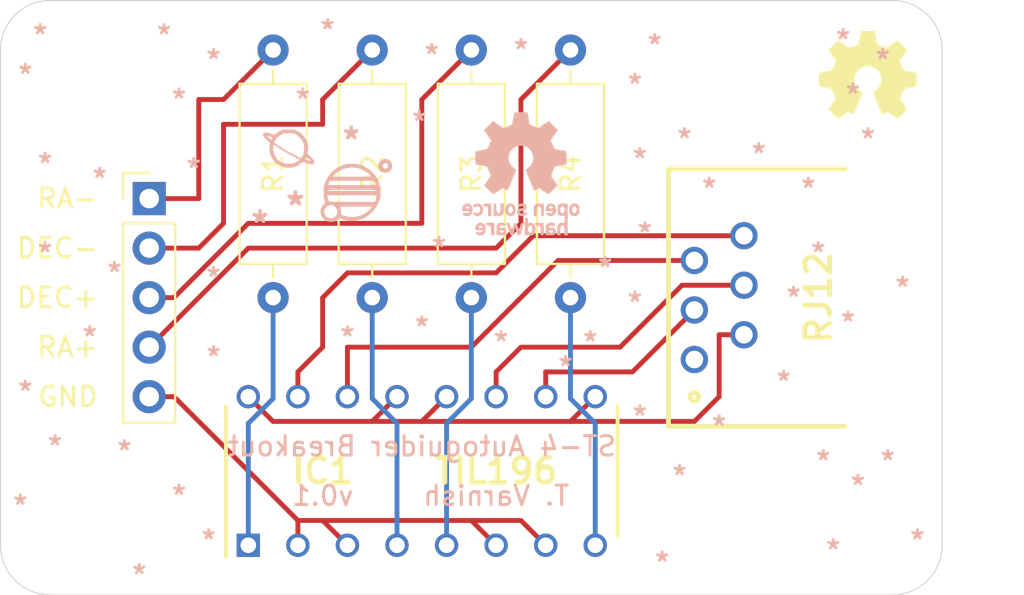
<source format=kicad_pcb>
(kicad_pcb (version 20171130) (host pcbnew "(5.1.6)-1")

  (general
    (thickness 1.6)
    (drawings 77)
    (tracks 71)
    (zones 0)
    (modules 14)
    (nets 16)
  )

  (page A4)
  (title_block
    (title "ST-4 Autoguider Breakout")
    (date 2020-06-13)
    (rev v0.1)
    (company "Thomas Varnish")
  )

  (layers
    (0 F.Cu signal)
    (31 B.Cu signal)
    (32 B.Adhes user)
    (33 F.Adhes user)
    (34 B.Paste user)
    (35 F.Paste user)
    (36 B.SilkS user)
    (37 F.SilkS user)
    (38 B.Mask user)
    (39 F.Mask user)
    (40 Dwgs.User user)
    (41 Cmts.User user)
    (42 Eco1.User user)
    (43 Eco2.User user)
    (44 Edge.Cuts user)
    (45 Margin user)
    (46 B.CrtYd user)
    (47 F.CrtYd user)
    (48 B.Fab user)
    (49 F.Fab user)
  )

  (setup
    (last_trace_width 0.25)
    (trace_clearance 0.2)
    (zone_clearance 0.508)
    (zone_45_only no)
    (trace_min 0.127)
    (via_size 0.8)
    (via_drill 0.4)
    (via_min_size 0.4)
    (via_min_drill 0.3)
    (uvia_size 0.3)
    (uvia_drill 0.1)
    (uvias_allowed no)
    (uvia_min_size 0.2)
    (uvia_min_drill 0.1)
    (edge_width 0.05)
    (segment_width 0.2)
    (pcb_text_width 0.3)
    (pcb_text_size 1.5 1.5)
    (mod_edge_width 0.12)
    (mod_text_size 1 1)
    (mod_text_width 0.15)
    (pad_size 1.524 1.524)
    (pad_drill 0.762)
    (pad_to_mask_clearance 0.05)
    (aux_axis_origin 0 0)
    (visible_elements 7FFFFFFF)
    (pcbplotparams
      (layerselection 0x010f0_ffffffff)
      (usegerberextensions false)
      (usegerberattributes false)
      (usegerberadvancedattributes false)
      (creategerberjobfile false)
      (excludeedgelayer true)
      (linewidth 0.100000)
      (plotframeref false)
      (viasonmask false)
      (mode 1)
      (useauxorigin false)
      (hpglpennumber 1)
      (hpglpenspeed 20)
      (hpglpendiameter 15.000000)
      (psnegative false)
      (psa4output false)
      (plotreference true)
      (plotvalue false)
      (plotinvisibletext false)
      (padsonsilk true)
      (subtractmaskfromsilk false)
      (outputformat 1)
      (mirror false)
      (drillshape 0)
      (scaleselection 1)
      (outputdirectory "gerber/"))
  )

  (net 0 "")
  (net 1 "Net-(IC1-Pad1)")
  (net 2 "Net-(IC1-Pad2)")
  (net 3 "Net-(IC1-Pad4)")
  (net 4 "Net-(IC1-Pad5)")
  (net 5 "Net-(IC1-Pad8)")
  (net 6 "Net-(IC1-Pad12)")
  (net 7 "Net-(IC1-Pad10)")
  (net 8 "Net-(IC1-Pad11)")
  (net 9 "Net-(IC1-Pad14)")
  (net 10 "Net-(IC1-Pad15)")
  (net 11 "Net-(J2-Pad1)")
  (net 12 "Net-(J1-Pad1)")
  (net 13 "Net-(J1-Pad2)")
  (net 14 "Net-(J1-Pad3)")
  (net 15 "Net-(J1-Pad4)")

  (net_class Default "This is the default net class."
    (clearance 0.2)
    (trace_width 0.25)
    (via_dia 0.8)
    (via_drill 0.4)
    (uvia_dia 0.3)
    (uvia_drill 0.1)
    (add_net "Net-(IC1-Pad1)")
    (add_net "Net-(IC1-Pad10)")
    (add_net "Net-(IC1-Pad11)")
    (add_net "Net-(IC1-Pad12)")
    (add_net "Net-(IC1-Pad14)")
    (add_net "Net-(IC1-Pad15)")
    (add_net "Net-(IC1-Pad2)")
    (add_net "Net-(IC1-Pad4)")
    (add_net "Net-(IC1-Pad5)")
    (add_net "Net-(IC1-Pad8)")
    (add_net "Net-(J1-Pad1)")
    (add_net "Net-(J1-Pad2)")
    (add_net "Net-(J1-Pad3)")
    (add_net "Net-(J1-Pad4)")
    (add_net "Net-(J2-Pad1)")
  )

  (module SamacSys_Parts:RJ12_Female_THT_Connector (layer F.Cu) (tedit 5EE4EB2D) (tstamp 5EE567BA)
    (at 176.53 90.17 90)
    (descr "Molex 6P6C RJ12 THT Connector (RS Components Product Code: 95501-2661)")
    (tags "Connector, RJ12, 6P6C, Female")
    (path /5EDEB9FE)
    (fp_text reference J2 (at -5.08 -2.54 90) (layer F.SilkS) hide
      (effects (font (size 1.27 1.27) (thickness 0.254)))
    )
    (fp_text value RJ12 (at -5.08 -2.54 270) (layer F.SilkS)
      (effects (font (size 1.27 1.27) (thickness 0.254)))
    )
    (fp_circle (center -10.16 -8.89) (end -10.16 -8.79808) (layer F.SilkS) (width 0.254))
    (fp_line (start 1.525 -10.22) (end 1.525 -1.17) (layer F.SilkS) (width 0.254))
    (fp_line (start -11.685 -10.22) (end -11.685 -1.17) (layer F.SilkS) (width 0.254))
    (fp_line (start -11.685 -10.22) (end 1.525 -10.22) (layer F.SilkS) (width 0.254))
    (fp_line (start -11.685 7.88) (end -11.685 -10.22) (layer F.Fab) (width 0.254))
    (fp_line (start 1.525 7.88) (end -11.685 7.88) (layer F.Fab) (width 0.254))
    (fp_line (start 1.525 -10.22) (end 1.525 7.88) (layer F.Fab) (width 0.254))
    (fp_line (start -11.685 -10.22) (end 1.525 -10.22) (layer F.Fab) (width 0.254))
    (fp_text user %R (at -5.08 -2.54 90) (layer F.Fab) hide
      (effects (font (size 1.27 1.27) (thickness 0.254)))
    )
    (pad 1 thru_hole circle (at -8.255 -8.89 90) (size 1.4 1.4) (drill 0.9) (layers *.Cu *.Mask)
      (net 11 "Net-(J2-Pad1)"))
    (pad 2 thru_hole circle (at -6.985 -6.35 90) (size 1.4 1.4) (drill 0.9) (layers *.Cu *.Mask)
      (net 6 "Net-(IC1-Pad12)"))
    (pad 3 thru_hole circle (at -5.715 -8.89 90) (size 1.4 1.4) (drill 0.9) (layers *.Cu *.Mask)
      (net 7 "Net-(IC1-Pad10)"))
    (pad 4 thru_hole circle (at -4.445 -6.35 90) (size 1.4 1.4) (drill 0.9) (layers *.Cu *.Mask)
      (net 8 "Net-(IC1-Pad11)"))
    (pad 5 thru_hole circle (at -3.175 -8.89 90) (size 1.4 1.4) (drill 0.9) (layers *.Cu *.Mask)
      (net 9 "Net-(IC1-Pad14)"))
    (pad 6 thru_hole circle (at -1.905 -6.35 90) (size 1.4 1.4) (drill 0.9) (layers *.Cu *.Mask)
      (net 10 "Net-(IC1-Pad15)"))
    (pad 7 np_thru_hole circle (at -10.16 0 90) (size 3.25 0) (drill 3.25) (layers *.Cu *.Mask))
    (pad 8 np_thru_hole circle (at 0 0 90) (size 3.25 0) (drill 3.25) (layers *.Cu *.Mask))
    (model C:\LibraryLoader\KiCad\SamacSys_Parts.3dshapes\95501-2661.stp
      (offset (xyz -5.1 -7.9 6))
      (scale (xyz 1 1 1))
      (rotate (xyz -90 0 0))
    )
  )

  (module SilkscreenGraphics:SpaceGraphic (layer B.Cu) (tedit 0) (tstamp 5EE5436D)
    (at 148.59 88.9 180)
    (fp_text reference G*** (at 0 0) (layer B.SilkS) hide
      (effects (font (size 1.524 1.524) (thickness 0.3)) (justify mirror))
    )
    (fp_text value LOGO (at 0.75 0) (layer B.SilkS) hide
      (effects (font (size 1.524 1.524) (thickness 0.3)) (justify mirror))
    )
    (fp_poly (pts (xy 3.27932 -1.826781) (xy 3.302785 -1.899411) (xy 3.305305 -1.942776) (xy 3.305305 -2.052395)
      (xy 3.403115 -2.026288) (xy 3.499847 -2.011296) (xy 3.559305 -2.029007) (xy 3.583967 -2.080408)
      (xy 3.584985 -2.098845) (xy 3.575216 -2.1465) (xy 3.537487 -2.18058) (xy 3.484076 -2.20489)
      (xy 3.383168 -2.244528) (xy 3.434988 -2.317303) (xy 3.474496 -2.399319) (xy 3.473786 -2.464422)
      (xy 3.442099 -2.505347) (xy 3.388675 -2.514825) (xy 3.322756 -2.485592) (xy 3.276923 -2.441598)
      (xy 3.20962 -2.360979) (xy 3.154029 -2.439048) (xy 3.096561 -2.493872) (xy 3.031896 -2.518691)
      (xy 2.976237 -2.508231) (xy 2.9663 -2.500167) (xy 2.94982 -2.451718) (xy 2.961959 -2.383122)
      (xy 2.999105 -2.31399) (xy 3.04773 -2.250703) (xy 2.941332 -2.199576) (xy 2.864722 -2.147559)
      (xy 2.833766 -2.094284) (xy 2.844271 -2.048548) (xy 2.892046 -2.019149) (xy 2.972897 -2.014884)
      (xy 3.024541 -2.02496) (xy 3.127327 -2.052395) (xy 3.127327 -1.942407) (xy 3.135261 -1.860191)
      (xy 3.161585 -1.815447) (xy 3.172478 -1.808256) (xy 3.234529 -1.795023) (xy 3.27932 -1.826781)) (layer B.SilkS) (width 0.01))
    (fp_poly (pts (xy -1.278279 0.501112) (xy -1.156857 0.482128) (xy -0.915991 0.399357) (xy -0.692291 0.27318)
      (xy -0.491933 0.109827) (xy -0.321094 -0.084475) (xy -0.185952 -0.303497) (xy -0.092683 -0.541011)
      (xy -0.075251 -0.608502) (xy -0.052319 -0.765074) (xy -0.045862 -0.947033) (xy -0.055512 -1.131785)
      (xy -0.080898 -1.296734) (xy -0.086915 -1.32182) (xy -0.12838 -1.483674) (xy -0.054324 -1.561807)
      (xy 0.039145 -1.684065) (xy 0.088926 -1.813517) (xy 0.101702 -1.944796) (xy 0.079099 -2.10838)
      (xy 0.014791 -2.247258) (xy -0.085974 -2.356242) (xy -0.217946 -2.430146) (xy -0.375875 -2.463783)
      (xy -0.425059 -2.465271) (xy -0.516766 -2.457462) (xy -0.600725 -2.439084) (xy -0.622923 -2.430954)
      (xy -0.695438 -2.390892) (xy -0.769917 -2.33793) (xy -0.776102 -2.332809) (xy -0.853006 -2.267985)
      (xy -1.043069 -2.333767) (xy -1.147141 -2.366329) (xy -1.242301 -2.386309) (xy -1.347711 -2.396467)
      (xy -1.482533 -2.399562) (xy -1.5001 -2.39959) (xy -1.751337 -2.384575) (xy -1.971551 -2.336553)
      (xy -2.171184 -2.251182) (xy -2.360676 -2.124121) (xy -2.530536 -1.971177) (xy -2.712095 -1.756906)
      (xy -2.757913 -1.678078) (xy -2.549059 -1.678078) (xy -2.486362 -1.760711) (xy -2.403094 -1.849818)
      (xy -2.288878 -1.945027) (xy -2.160292 -2.034362) (xy -2.033918 -2.105847) (xy -1.969899 -2.133766)
      (xy -1.746198 -2.199441) (xy -1.530403 -2.223013) (xy -1.308992 -2.204891) (xy -1.11524 -2.159637)
      (xy -0.946495 -2.110595) (xy -0.93481 -1.938831) (xy -0.931525 -1.903379) (xy -0.756114 -1.903379)
      (xy -0.752816 -2.015738) (xy -0.716304 -2.108743) (xy -0.637515 -2.206393) (xy -0.531856 -2.265621)
      (xy -0.409019 -2.283345) (xy -0.278695 -2.256483) (xy -0.266707 -2.25168) (xy -0.173956 -2.187123)
      (xy -0.107989 -2.089097) (xy -0.077534 -1.971672) (xy -0.076466 -1.945045) (xy -0.09749 -1.824181)
      (xy -0.15425 -1.727326) (xy -0.237278 -1.656901) (xy -0.337104 -1.615327) (xy -0.444262 -1.605024)
      (xy -0.549281 -1.628414) (xy -0.642695 -1.687916) (xy -0.71318 -1.782266) (xy -0.756114 -1.903379)
      (xy -0.931525 -1.903379) (xy -0.926041 -1.844218) (xy -0.914599 -1.765615) (xy -0.903787 -1.722573)
      (xy -0.901046 -1.710399) (xy -0.907858 -1.700667) (xy -0.929191 -1.693105) (xy -0.970012 -1.687443)
      (xy -1.03529 -1.683406) (xy -1.129993 -1.680725) (xy -1.259089 -1.679126) (xy -1.427545 -1.678338)
      (xy -1.640331 -1.678089) (xy -1.716754 -1.678078) (xy -2.549059 -1.678078) (xy -2.757913 -1.678078)
      (xy -2.84605 -1.526443) (xy -2.931918 -1.282715) (xy -2.955304 -1.123407) (xy -2.771371 -1.123407)
      (xy -2.764867 -1.162725) (xy -2.748015 -1.233715) (xy -2.729883 -1.301385) (xy -2.688394 -1.449249)
      (xy -1.691276 -1.449249) (xy -1.461975 -1.448827) (xy -1.241057 -1.447624) (xy -1.035466 -1.445735)
      (xy -0.852144 -1.443258) (xy -0.698033 -1.440287) (xy -0.580077 -1.436918) (xy -0.505218 -1.433248)
      (xy -0.499607 -1.432804) (xy -0.305055 -1.416358) (xy -0.281063 -1.324746) (xy -0.259645 -1.241418)
      (xy -0.240812 -1.16577) (xy -0.240194 -1.163213) (xy -0.223316 -1.093293) (xy -1.497344 -1.093293)
      (xy -1.80154 -1.093589) (xy -2.057941 -1.094525) (xy -2.269599 -1.096172) (xy -2.439566 -1.098603)
      (xy -2.570894 -1.10189) (xy -2.666635 -1.106106) (xy -2.729842 -1.111321) (xy -2.763567 -1.11761)
      (xy -2.771371 -1.123407) (xy -2.955304 -1.123407) (xy -2.969215 -1.028652) (xy -2.961259 -0.851752)
      (xy -2.771371 -0.851752) (xy -2.766493 -0.860447) (xy -2.749192 -0.867736) (xy -2.715473 -0.87374)
      (xy -2.661338 -0.878578) (xy -2.582791 -0.882369) (xy -2.475834 -0.885235) (xy -2.336471 -0.887295)
      (xy -2.160705 -0.888669) (xy -1.944538 -0.889477) (xy -1.683974 -0.889838) (xy -1.5001 -0.88989)
      (xy -1.210271 -0.889744) (xy -0.967294 -0.889225) (xy -0.767175 -0.888213) (xy -0.605914 -0.886589)
      (xy -0.479516 -0.884233) (xy -0.383984 -0.881024) (xy -0.315321 -0.876843) (xy -0.269529 -0.87157)
      (xy -0.242613 -0.865085) (xy -0.230574 -0.857268) (xy -0.228829 -0.851752) (xy -0.233707 -0.843057)
      (xy -0.251008 -0.835768) (xy -0.284727 -0.829764) (xy -0.338862 -0.824926) (xy -0.417409 -0.821134)
      (xy -0.524366 -0.818268) (xy -0.663729 -0.816209) (xy -0.839495 -0.814835) (xy -1.055662 -0.814027)
      (xy -1.316226 -0.813666) (xy -1.5001 -0.813614) (xy -1.78993 -0.81376) (xy -2.032906 -0.814279)
      (xy -2.233026 -0.815291) (xy -2.394286 -0.816915) (xy -2.520684 -0.819271) (xy -2.616216 -0.82248)
      (xy -2.684879 -0.826661) (xy -2.730671 -0.831934) (xy -2.757587 -0.838419) (xy -2.769626 -0.846236)
      (xy -2.771371 -0.851752) (xy -2.961259 -0.851752) (xy -2.957455 -0.767181) (xy -2.909366 -0.558543)
      (xy -2.72052 -0.558543) (xy -2.696536 -0.565498) (xy -2.624298 -0.571368) (xy -2.503382 -0.576164)
      (xy -2.333359 -0.579894) (xy -2.113805 -0.582568) (xy -1.844292 -0.584194) (xy -1.524396 -0.584782)
      (xy -1.5001 -0.584785) (xy -1.256416 -0.584539) (xy -1.028946 -0.583834) (xy -0.822602 -0.582719)
      (xy -0.642298 -0.581243) (xy -0.492946 -0.579455) (xy -0.379461 -0.577404) (xy -0.306756 -0.57514)
      (xy -0.279743 -0.572711) (xy -0.27968 -0.572587) (xy -0.288297 -0.543582) (xy -0.309955 -0.485144)
      (xy -0.320578 -0.458172) (xy -0.361477 -0.355956) (xy -2.646839 -0.355956) (xy -2.68368 -0.444129)
      (xy -2.707917 -0.508658) (xy -2.72016 -0.554014) (xy -2.72052 -0.558543) (xy -2.909366 -0.558543)
      (xy -2.896155 -0.50123) (xy -2.809529 -0.283851) (xy -2.708848 -0.11757) (xy -2.472964 -0.11757)
      (xy -2.469614 -0.127186) (xy -2.453854 -0.134858) (xy -2.421133 -0.140807) (xy -2.366901 -0.14525)
      (xy -2.286605 -0.148406) (xy -2.175694 -0.150495) (xy -2.029618 -0.151734) (xy -1.843824 -0.152343)
      (xy -1.613763 -0.15254) (xy -1.495594 -0.152553) (xy -0.497707 -0.152553) (xy -0.621546 -0.026823)
      (xy -0.802889 0.122281) (xy -1.010267 0.232496) (xy -1.235437 0.302498) (xy -1.470161 0.330961)
      (xy -1.706196 0.31656) (xy -1.935302 0.25797) (xy -2.059459 0.204381) (xy -2.150134 0.152682)
      (xy -2.248117 0.087322) (xy -2.341183 0.017573) (xy -2.417106 -0.047293) (xy -2.463659 -0.098004)
      (xy -2.468456 -0.105793) (xy -2.472964 -0.11757) (xy -2.708848 -0.11757) (xy -2.688951 -0.08471)
      (xy -2.528132 0.098169) (xy -2.337036 0.256592) (xy -2.12563 0.382367) (xy -1.903879 0.467298)
      (xy -1.892123 0.470478) (xy -1.76199 0.494222) (xy -1.603114 0.507451) (xy -1.435282 0.509852)
      (xy -1.278279 0.501112)) (layer B.SilkS) (width 0.01))
    (fp_poly (pts (xy 1.440109 -0.851659) (xy 1.483883 -0.901342) (xy 1.499986 -0.99328) (xy 1.5001 -1.003885)
      (xy 1.5001 -1.111654) (xy 1.602886 -1.084219) (xy 1.702427 -1.071934) (xy 1.767981 -1.097377)
      (xy 1.799743 -1.16063) (xy 1.800697 -1.166422) (xy 1.79614 -1.204883) (xy 1.7625 -1.237566)
      (xy 1.691967 -1.273371) (xy 1.575032 -1.325097) (xy 1.626555 -1.397454) (xy 1.670827 -1.482877)
      (xy 1.676186 -1.554217) (xy 1.643238 -1.603436) (xy 1.609885 -1.617948) (xy 1.561702 -1.622223)
      (xy 1.519391 -1.601027) (xy 1.466607 -1.545921) (xy 1.463689 -1.542467) (xy 1.385686 -1.449871)
      (xy 1.325201 -1.538549) (xy 1.261274 -1.604989) (xy 1.194275 -1.62777) (xy 1.132364 -1.604534)
      (xy 1.123804 -1.596717) (xy 1.096327 -1.547981) (xy 1.107124 -1.487929) (xy 1.157826 -1.407581)
      (xy 1.158232 -1.407048) (xy 1.223171 -1.321909) (xy 1.151876 -1.296606) (xy 1.06794 -1.262046)
      (xy 1.022879 -1.2273) (xy 1.005783 -1.181832) (xy 1.004304 -1.154086) (xy 1.00947 -1.104735)
      (xy 1.035202 -1.084725) (xy 1.093293 -1.08149) (xy 1.17186 -1.087746) (xy 1.237311 -1.101559)
      (xy 1.238117 -1.101836) (xy 1.270651 -1.109235) (xy 1.288419 -1.095165) (xy 1.297299 -1.048958)
      (xy 1.30168 -0.986513) (xy 1.30889 -0.90689) (xy 1.322825 -0.864843) (xy 1.349639 -0.847101)
      (xy 1.368016 -0.843444) (xy 1.440109 -0.851659)) (layer B.SilkS) (width 0.01))
    (fp_poly (pts (xy -3.146067 0.754388) (xy -3.033937 0.716059) (xy -2.974174 0.673198) (xy -2.89372 0.567827)
      (xy -2.857241 0.456059) (xy -2.859739 0.345189) (xy -2.896216 0.242513) (xy -2.961674 0.155326)
      (xy -3.051116 0.090922) (xy -3.159542 0.056598) (xy -3.281955 0.059647) (xy -3.374724 0.088546)
      (xy -3.467152 0.153584) (xy -3.527696 0.246904) (xy -3.556291 0.357122) (xy -3.554822 0.406807)
      (xy -3.356156 0.406807) (xy -3.333764 0.328819) (xy -3.299648 0.293834) (xy -3.237269 0.259745)
      (xy -3.185266 0.263014) (xy -3.136153 0.291614) (xy -3.089183 0.340517) (xy -3.069392 0.380301)
      (xy -3.075649 0.438375) (xy -3.110908 0.500321) (xy -3.16096 0.546628) (xy -3.199792 0.559359)
      (xy -3.275347 0.537218) (xy -3.332903 0.4814) (xy -3.356152 0.407813) (xy -3.356156 0.406807)
      (xy -3.554822 0.406807) (xy -3.552869 0.472851) (xy -3.517363 0.582705) (xy -3.449705 0.675299)
      (xy -3.378495 0.72622) (xy -3.267337 0.758616) (xy -3.146067 0.754388)) (layer B.SilkS) (width 0.01))
    (fp_poly (pts (xy 1.868315 2.274566) (xy 1.95818 2.2699) (xy 2.025265 2.259121) (xy 2.083597 2.239773)
      (xy 2.147205 2.209399) (xy 2.161161 2.202118) (xy 2.253607 2.149255) (xy 2.341558 2.092001)
      (xy 2.385609 2.059068) (xy 2.470218 1.989476) (xy 2.639864 2.049357) (xy 2.79976 2.096607)
      (xy 2.920415 2.111601) (xy 3.001911 2.094332) (xy 3.044325 2.044788) (xy 3.051051 2.000626)
      (xy 3.043828 1.954332) (xy 3.01766 1.904682) (xy 2.965801 1.841943) (xy 2.882347 1.7572)
      (xy 2.713642 1.592592) (xy 2.710725 1.311161) (xy 2.707968 1.179959) (xy 2.701313 1.085154)
      (xy 2.688385 1.012315) (xy 2.666812 0.947013) (xy 2.641446 0.88989) (xy 2.524725 0.701057)
      (xy 2.3715 0.543496) (xy 2.188668 0.422661) (xy 1.983126 0.344003) (xy 1.937437 0.333294)
      (xy 1.793404 0.311066) (xy 1.666195 0.312527) (xy 1.52734 0.338256) (xy 1.512813 0.341905)
      (xy 1.392653 0.37577) (xy 1.301729 0.411543) (xy 1.219061 0.459142) (xy 1.132592 0.521654)
      (xy 1.008292 0.616534) (xy 0.853746 0.564493) (xy 0.708548 0.518951) (xy 0.601919 0.494754)
      (xy 0.526305 0.491835) (xy 0.47415 0.510131) (xy 0.4379 0.549575) (xy 0.431434 0.560851)
      (xy 0.421479 0.620194) (xy 0.437189 0.659665) (xy 0.61021 0.659665) (xy 0.631964 0.656384)
      (xy 0.688794 0.668109) (xy 0.762462 0.690386) (xy 0.841439 0.718506) (xy 1.165171 0.718506)
      (xy 1.2418 0.663942) (xy 1.362452 0.587064) (xy 1.473972 0.540071) (xy 1.594918 0.51772)
      (xy 1.743846 0.514771) (xy 1.767067 0.515572) (xy 1.901051 0.524561) (xy 2.000024 0.541293)
      (xy 2.079608 0.568797) (xy 2.105009 0.581133) (xy 2.270036 0.694106) (xy 2.398822 0.840567)
      (xy 2.487838 1.01507) (xy 2.533551 1.212167) (xy 2.536727 1.247048) (xy 2.543074 1.366602)
      (xy 2.539141 1.440831) (xy 2.521361 1.474816) (xy 2.486165 1.47364) (xy 2.429984 1.442382)
      (xy 2.40932 1.428459) (xy 2.255192 1.3274) (xy 2.068174 1.212591) (xy 1.861458 1.091786)
      (xy 1.648234 0.972738) (xy 1.491545 0.889042) (xy 1.165171 0.718506) (xy 0.841439 0.718506)
      (xy 0.844526 0.719605) (xy 0.886845 0.741499) (xy 0.898277 0.763688) (xy 0.887682 0.793793)
      (xy 0.886146 0.796777) (xy 0.861215 0.842572) (xy 0.849701 0.860952) (xy 0.827397 0.85224)
      (xy 0.781021 0.819223) (xy 0.723349 0.772639) (xy 0.667157 0.723226) (xy 0.62522 0.68172)
      (xy 0.61021 0.659665) (xy 0.437189 0.659665) (xy 0.450469 0.693028) (xy 0.520445 0.7827)
      (xy 0.633447 0.89256) (xy 0.633778 0.892856) (xy 0.786673 1.02973) (xy 0.75899 1.154985)
      (xy 0.751471 1.242042) (xy 0.942596 1.242042) (xy 0.956776 1.107452) (xy 0.96336 1.07985)
      (xy 0.993734 0.993635) (xy 1.033716 0.911876) (xy 1.075483 0.847975) (xy 1.111209 0.81533)
      (xy 1.118807 0.813613) (xy 1.151012 0.824445) (xy 1.218053 0.853792) (xy 1.309536 0.896932)
      (xy 1.396283 0.939679) (xy 1.540608 1.014899) (xy 1.702588 1.103964) (xy 1.872676 1.20118)
      (xy 2.041327 1.30085) (xy 2.198996 1.397282) (xy 2.336137 1.484779) (xy 2.443204 1.557648)
      (xy 2.487109 1.590449) (xy 2.484783 1.617924) (xy 2.457836 1.672237) (xy 2.414178 1.741139)
      (xy 2.361717 1.812384) (xy 2.313501 1.867817) (xy 2.572563 1.867817) (xy 2.577946 1.844788)
      (xy 2.600545 1.803516) (xy 2.626851 1.766277) (xy 2.641385 1.754354) (xy 2.665027 1.769134)
      (xy 2.715401 1.807336) (xy 2.76379 1.846187) (xy 2.822195 1.897641) (xy 2.857767 1.936097)
      (xy 2.863401 1.950479) (xy 2.836439 1.948818) (xy 2.778246 1.935631) (xy 2.705747 1.915728)
      (xy 2.635867 1.893919) (xy 2.585531 1.875014) (xy 2.572563 1.867817) (xy 2.313501 1.867817)
      (xy 2.308363 1.873724) (xy 2.296799 1.885142) (xy 2.17751 1.985113) (xy 2.060955 2.049602)
      (xy 1.931015 2.08476) (xy 1.771569 2.096735) (xy 1.741642 2.09691) (xy 1.616979 2.094027)
      (xy 1.526294 2.083932) (xy 1.452907 2.06383) (xy 1.396211 2.039045) (xy 1.257001 1.948774)
      (xy 1.129274 1.826826) (xy 1.030287 1.690411) (xy 1.011883 1.655714) (xy 0.97197 1.537783)
      (xy 0.948268 1.392688) (xy 0.942596 1.242042) (xy 0.751471 1.242042) (xy 0.745903 1.306505)
      (xy 0.764928 1.478944) (xy 0.813572 1.655959) (xy 0.848418 1.741503) (xy 0.941294 1.893375)
      (xy 1.071296 2.035136) (xy 1.224818 2.153237) (xy 1.309964 2.201064) (xy 1.38208 2.234424)
      (xy 1.444656 2.256038) (xy 1.512272 2.26842) (xy 1.599507 2.274089) (xy 1.720942 2.275561)
      (xy 1.741642 2.275575) (xy 1.868315 2.274566)) (layer B.SilkS) (width 0.01))
    (fp_poly (pts (xy -1.415149 2.475349) (xy -1.391547 2.455376) (xy -1.381381 2.405434) (xy -1.378094 2.36207)
      (xy -1.370502 2.245161) (xy -1.268951 2.272267) (xy -1.173439 2.283725) (xy -1.109006 2.265501)
      (xy -1.079826 2.226502) (xy -1.090074 2.17564) (xy -1.143926 2.121822) (xy -1.186978 2.097321)
      (xy -1.293375 2.046194) (xy -1.24475 1.982907) (xy -1.203268 1.903629) (xy -1.202011 1.833366)
      (xy -1.240836 1.782775) (xy -1.247514 1.778887) (xy -1.284668 1.766991) (xy -1.321274 1.780862)
      (xy -1.371784 1.82701) (xy -1.384929 1.840794) (xy -1.469824 1.93081) (xy -1.510387 1.868902)
      (xy -1.573985 1.797866) (xy -1.639448 1.771928) (xy -1.685091 1.783199) (xy -1.722965 1.829432)
      (xy -1.72088 1.896568) (xy -1.67929 1.974643) (xy -1.676199 1.978634) (xy -1.623469 2.045669)
      (xy -1.72705 2.08966) (xy -1.794964 2.12499) (xy -1.82528 2.162425) (xy -1.830631 2.199054)
      (xy -1.813936 2.258781) (xy -1.76248 2.284452) (xy -1.674203 2.276886) (xy -1.649996 2.270939)
      (xy -1.553422 2.245161) (xy -1.54583 2.36207) (xy -1.538826 2.433459) (xy -1.523574 2.467646)
      (xy -1.490301 2.478256) (xy -1.461962 2.478979) (xy -1.415149 2.475349)) (layer B.SilkS) (width 0.01))
  )

  (module SilkscreenGraphics:OpenSourceHardware_LogoText_6mm (layer B.Cu) (tedit 0) (tstamp 5EE54312)
    (at 158.75 88.9 180)
    (fp_text reference G*** (at 0 0) (layer B.SilkS) hide
      (effects (font (size 1.524 1.524) (thickness 0.3)) (justify mirror))
    )
    (fp_text value LOGO (at 0.75 0) (layer B.SilkS) hide
      (effects (font (size 1.524 1.524) (thickness 0.3)) (justify mirror))
    )
    (fp_poly (pts (xy 0.3537 3.025068) (xy 0.372704 2.930208) (xy 0.394282 2.813374) (xy 0.41038 2.719987)
      (xy 0.42873 2.628499) (xy 0.449089 2.556783) (xy 0.467159 2.519871) (xy 0.467736 2.519362)
      (xy 0.503392 2.499577) (xy 0.573216 2.467622) (xy 0.663888 2.429509) (xy 0.690842 2.418694)
      (xy 0.885889 2.341254) (xy 1.425607 2.70568) (xy 1.888015 2.243272) (xy 1.706095 1.979422)
      (xy 1.524176 1.715571) (xy 1.617045 1.499777) (xy 1.658597 1.404324) (xy 1.692652 1.328135)
      (xy 1.714266 1.282174) (xy 1.718907 1.273905) (xy 1.746142 1.265257) (xy 1.812274 1.250069)
      (xy 1.906149 1.230794) (xy 1.976311 1.21732) (xy 2.089068 1.195904) (xy 2.188111 1.17654)
      (xy 2.259304 1.162018) (xy 2.281932 1.156994) (xy 2.305717 1.149058) (xy 2.32179 1.133049)
      (xy 2.331658 1.100267) (xy 2.336833 1.042012) (xy 2.338823 0.949586) (xy 2.339139 0.827342)
      (xy 2.337307 0.705637) (xy 2.332311 0.603202) (xy 2.324897 0.53031) (xy 2.315811 0.497232)
      (xy 2.315094 0.496649) (xy 2.285367 0.488213) (xy 2.218258 0.473031) (xy 2.126384 0.453628)
      (xy 2.022359 0.432528) (xy 1.9188 0.412255) (xy 1.828325 0.395335) (xy 1.763548 0.384292)
      (xy 1.739057 0.381381) (xy 1.728054 0.359355) (xy 1.702703 0.299902) (xy 1.667163 0.212956)
      (xy 1.638124 0.140234) (xy 1.54268 -0.100912) (xy 1.712516 -0.348265) (xy 1.882352 -0.595617)
      (xy 1.659974 -0.81903) (xy 1.572935 -0.904494) (xy 1.497518 -0.974861) (xy 1.441482 -1.023147)
      (xy 1.412584 -1.042366) (xy 1.41183 -1.042443) (xy 1.381475 -1.028734) (xy 1.319413 -0.991648)
      (xy 1.2354 -0.93724) (xy 1.160941 -0.886696) (xy 0.93582 -0.73095) (xy 0.811227 -0.789306)
      (xy 0.739969 -0.81941) (xy 0.688992 -0.834868) (xy 0.673424 -0.834452) (xy 0.658053 -0.805548)
      (xy 0.627615 -0.737908) (xy 0.585619 -0.640136) (xy 0.53557 -0.520836) (xy 0.480974 -0.388609)
      (xy 0.425338 -0.252058) (xy 0.372169 -0.119788) (xy 0.324973 -0.0004) (xy 0.287257 0.097503)
      (xy 0.262526 0.165317) (xy 0.254254 0.193949) (xy 0.266462 0.225673) (xy 0.275103 0.228829)
      (xy 0.304403 0.244166) (xy 0.358226 0.283754) (xy 0.40569 0.32276) (xy 0.523606 0.454242)
      (xy 0.599872 0.605738) (xy 0.633788 0.768497) (xy 0.624657 0.93377) (xy 0.571778 1.092808)
      (xy 0.478321 1.232508) (xy 0.349847 1.349469) (xy 0.207489 1.41999) (xy 0.041974 1.448276)
      (xy 0 1.449249) (xy -0.172169 1.42731) (xy -0.320921 1.366185) (xy -0.443871 1.272911)
      (xy -0.538633 1.154527) (xy -0.602821 1.018071) (xy -0.634051 0.87058) (xy -0.629936 0.719093)
      (xy -0.588092 0.570647) (xy -0.506132 0.43228) (xy -0.38495 0.313513) (xy -0.318096 0.258513)
      (xy -0.271304 0.212302) (xy -0.255703 0.187592) (xy -0.264616 0.157471) (xy -0.28985 0.089087)
      (xy -0.327901 -0.008992) (xy -0.37527 -0.128199) (xy -0.428453 -0.259967) (xy -0.483951 -0.395729)
      (xy -0.538261 -0.526919) (xy -0.587883 -0.64497) (xy -0.629314 -0.741314) (xy -0.659053 -0.807384)
      (xy -0.673424 -0.834452) (xy -0.701756 -0.831929) (xy -0.760625 -0.811401) (xy -0.811228 -0.789306)
      (xy -0.93582 -0.73095) (xy -1.160942 -0.886696) (xy -1.255299 -0.950407) (xy -1.335314 -1.001518)
      (xy -1.391228 -1.033974) (xy -1.41183 -1.042443) (xy -1.438696 -1.025354) (xy -1.493205 -0.978745)
      (xy -1.567598 -0.909601) (xy -1.654117 -0.824906) (xy -1.659975 -0.81903) (xy -1.882353 -0.595617)
      (xy -1.712517 -0.348265) (xy -1.542681 -0.100912) (xy -1.63717 0.137821) (xy -1.685794 0.254433)
      (xy -1.724195 0.330105) (xy -1.756978 0.372537) (xy -1.787501 0.389162) (xy -1.836024 0.399068)
      (xy -1.920505 0.415323) (xy -2.02686 0.435241) (xy -2.091242 0.447089) (xy -2.339139 0.492409)
      (xy -2.339139 0.815556) (xy -2.337532 0.962068) (xy -2.332379 1.063076) (xy -2.32318 1.123835)
      (xy -2.309438 1.149598) (xy -2.307358 1.150626) (xy -2.270074 1.159811) (xy -2.194889 1.175066)
      (xy -2.094041 1.193986) (xy -2.017162 1.207696) (xy -1.906885 1.228009) (xy -1.81502 1.246882)
      (xy -1.753372 1.261778) (xy -1.734625 1.268413) (xy -1.714478 1.297364) (xy -1.680678 1.361905)
      (xy -1.639007 1.450634) (xy -1.61734 1.499777) (xy -1.524176 1.715571) (xy -1.706096 1.979422)
      (xy -1.888016 2.243272) (xy -1.425608 2.70568) (xy -1.155749 2.523467) (xy -0.885889 2.341254)
      (xy -0.690843 2.418694) (xy -0.59683 2.457399) (xy -0.520047 2.491547) (xy -0.473781 2.515152)
      (xy -0.468142 2.519026) (xy -0.450503 2.55393) (xy -0.429787 2.624584) (xy -0.41019 2.716413)
      (xy -0.40839 2.726564) (xy -0.388191 2.839437) (xy -0.367159 2.951752) (xy -0.351305 3.031982)
      (xy -0.326317 3.152752) (xy 0.326317 3.152752) (xy 0.3537 3.025068)) (layer B.SilkS) (width 0.01))
    (fp_poly (pts (xy 1.825132 -1.53192) (xy 1.901235 -1.539457) (xy 1.943228 -1.550651) (xy 1.946861 -1.553889)
      (xy 1.945452 -1.592084) (xy 1.913129 -1.633091) (xy 1.866482 -1.661583) (xy 1.827325 -1.664316)
      (xy 1.76902 -1.664069) (xy 1.729889 -1.677564) (xy 1.704951 -1.696102) (xy 1.689538 -1.726447)
      (xy 1.681426 -1.779577) (xy 1.67839 -1.866469) (xy 1.678078 -1.933227) (xy 1.678078 -2.161161)
      (xy 1.525525 -2.161161) (xy 1.525525 -1.530857) (xy 1.728254 -1.529527) (xy 1.825132 -1.53192)) (layer B.SilkS) (width 0.01))
    (fp_poly (pts (xy 1.042442 -1.74927) (xy 1.045844 -1.876549) (xy 1.057924 -1.960919) (xy 1.081495 -2.009982)
      (xy 1.119369 -2.031341) (xy 1.147787 -2.034034) (xy 1.205802 -2.01218) (xy 1.245288 -1.945803)
      (xy 1.266731 -1.833682) (xy 1.271271 -1.723272) (xy 1.271996 -1.624107) (xy 1.276428 -1.565271)
      (xy 1.287946 -1.536244) (xy 1.309934 -1.526503) (xy 1.334835 -1.525526) (xy 1.398398 -1.525526)
      (xy 1.398398 -2.161161) (xy 1.334835 -2.161161) (xy 1.287082 -2.150734) (xy 1.271271 -2.130651)
      (xy 1.263766 -2.112962) (xy 1.24076 -2.130651) (xy 1.181106 -2.15876) (xy 1.099269 -2.160844)
      (xy 1.015352 -2.139123) (xy 0.952297 -2.098754) (xy 0.9237 -2.066433) (xy 0.90547 -2.030732)
      (xy 0.895299 -1.979884) (xy 0.890876 -1.902126) (xy 0.88989 -1.785691) (xy 0.88989 -1.525526)
      (xy 1.042442 -1.525526) (xy 1.042442 -1.74927)) (layer B.SilkS) (width 0.01))
    (fp_poly (pts (xy 0.665034 -1.558652) (xy 0.700168 -1.583474) (xy 0.758622 -1.66428) (xy 0.78963 -1.771969)
      (xy 0.79284 -1.890388) (xy 0.7679 -2.003388) (xy 0.714458 -2.094819) (xy 0.711392 -2.098151)
      (xy 0.632738 -2.148315) (xy 0.534882 -2.165352) (xy 0.436957 -2.149218) (xy 0.358097 -2.09987)
      (xy 0.35722 -2.098943) (xy 0.302195 -2.008705) (xy 0.275607 -1.896334) (xy 0.276373 -1.837686)
      (xy 0.406807 -1.837686) (xy 0.421503 -1.92856) (xy 0.459538 -1.993697) (xy 0.511831 -2.02718)
      (xy 0.5693 -2.023094) (xy 0.621481 -1.977526) (xy 0.655454 -1.893409) (xy 0.656205 -1.800622)
      (xy 0.624616 -1.720593) (xy 0.61021 -1.703504) (xy 0.564675 -1.666174) (xy 0.533934 -1.652653)
      (xy 0.484969 -1.674858) (xy 0.44012 -1.729825) (xy 0.411392 -1.800081) (xy 0.406807 -1.837686)
      (xy 0.276373 -1.837686) (xy 0.277155 -1.777909) (xy 0.306536 -1.669507) (xy 0.363448 -1.587207)
      (xy 0.366882 -1.584176) (xy 0.459784 -1.535016) (xy 0.5651 -1.526495) (xy 0.665034 -1.558652)) (layer B.SilkS) (width 0.01))
    (fp_poly (pts (xy 0.073191 -1.543704) (xy 0.142882 -1.564837) (xy 0.166826 -1.579754) (xy 0.190183 -1.612234)
      (xy 0.176594 -1.642293) (xy 0.155459 -1.662735) (xy 0.106893 -1.69247) (xy 0.058081 -1.681909)
      (xy 0.054637 -1.680105) (xy -0.01666 -1.656649) (xy -0.085935 -1.656281) (xy -0.134524 -1.67789)
      (xy -0.143779 -1.691888) (xy -0.151534 -1.724161) (xy -0.13801 -1.745219) (xy -0.093774 -1.760645)
      (xy -0.009394 -1.776021) (xy 0.00122 -1.777708) (xy 0.10729 -1.805151) (xy 0.171091 -1.85118)
      (xy 0.199871 -1.922812) (xy 0.203403 -1.973485) (xy 0.181472 -2.061062) (xy 0.117771 -2.122561)
      (xy 0.015441 -2.155755) (xy -0.061335 -2.161161) (xy -0.168263 -2.150846) (xy -0.248436 -2.122845)
      (xy -0.254954 -2.118741) (xy -0.303079 -2.085895) (xy -0.328256 -2.068047) (xy -0.321257 -2.04575)
      (xy -0.293387 -2.009708) (xy -0.256974 -1.977233) (xy -0.220773 -1.976523) (xy -0.176154 -1.99684)
      (xy -0.082347 -2.029107) (xy -0.000961 -2.027079) (xy 0.05136 -1.995282) (xy 0.070941 -1.962178)
      (xy 0.059588 -1.938937) (xy 0.010674 -1.920965) (xy -0.080405 -1.90399) (xy -0.188241 -1.877868)
      (xy -0.253705 -1.836381) (xy -0.284602 -1.772423) (xy -0.28985 -1.713304) (xy -0.272874 -1.621061)
      (xy -0.220312 -1.561295) (xy -0.129715 -1.532359) (xy -0.018606 -1.530942) (xy 0.073191 -1.543704)) (layer B.SilkS) (width 0.01))
    (fp_poly (pts (xy -1.058254 -1.535953) (xy -1.042443 -1.556036) (xy -1.034938 -1.573725) (xy -1.011932 -1.556036)
      (xy -0.952278 -1.527927) (xy -0.870441 -1.525843) (xy -0.786523 -1.547564) (xy -0.723469 -1.587934)
      (xy -0.694871 -1.620254) (xy -0.676642 -1.655956) (xy -0.666471 -1.706803) (xy -0.662048 -1.784561)
      (xy -0.661062 -1.900996) (xy -0.661061 -1.905751) (xy -0.661061 -2.161161) (xy -0.813614 -2.161161)
      (xy -0.813614 -1.931787) (xy -0.814316 -1.822762) (xy -0.818323 -1.753466) (xy -0.828483 -1.712783)
      (xy -0.847645 -1.689593) (xy -0.878659 -1.672778) (xy -0.880164 -1.672091) (xy -0.932272 -1.655645)
      (xy -0.969447 -1.672722) (xy -0.994579 -1.700878) (xy -1.020539 -1.744882) (xy -1.035442 -1.805984)
      (xy -1.041747 -1.897526) (xy -1.042443 -1.960575) (xy -1.043144 -2.060603) (xy -1.047453 -2.120229)
      (xy -1.058681 -2.149899) (xy -1.080139 -2.160059) (xy -1.106006 -2.161161) (xy -1.16957 -2.161161)
      (xy -1.16957 -1.525526) (xy -1.106006 -1.525526) (xy -1.058254 -1.535953)) (layer B.SilkS) (width 0.01))
    (fp_poly (pts (xy -2.633044 -1.5441) (xy -2.562692 -1.595446) (xy -2.500216 -1.69505) (xy -2.472354 -1.813522)
      (xy -2.47917 -1.935239) (xy -2.520725 -2.044583) (xy -2.560707 -2.096115) (xy -2.617422 -2.139602)
      (xy -2.685863 -2.158395) (xy -2.747153 -2.161161) (xy -2.828446 -2.156021) (xy -2.882301 -2.134217)
      (xy -2.931638 -2.086173) (xy -2.934377 -2.082934) (xy -2.97178 -2.030433) (xy -2.991795 -1.974092)
      (xy -2.999444 -1.895338) (xy -3.0002 -1.839437) (xy -3.000155 -1.837686) (xy -2.873073 -1.837686)
      (xy -2.857713 -1.929827) (xy -2.817624 -1.995744) (xy -2.761789 -2.02888) (xy -2.699196 -2.022679)
      (xy -2.658773 -1.99408) (xy -2.625834 -1.93347) (xy -2.617726 -1.854673) (xy -2.630997 -1.772721)
      (xy -2.662195 -1.702646) (xy -2.707868 -1.659481) (xy -2.737174 -1.652653) (xy -2.792828 -1.675169)
      (xy -2.841142 -1.731566) (xy -2.869831 -1.805113) (xy -2.873073 -1.837686) (xy -3.000155 -1.837686)
      (xy -2.997773 -1.745675) (xy -2.986818 -1.684912) (xy -2.961826 -1.639384) (xy -2.92588 -1.599846)
      (xy -2.834598 -1.539481) (xy -2.732355 -1.520842) (xy -2.633044 -1.5441)) (layer B.SilkS) (width 0.01))
    (fp_poly (pts (xy 2.810885 -1.531381) (xy 2.90504 -1.580927) (xy 2.925879 -1.599846) (xy 2.975821 -1.66151)
      (xy 2.996999 -1.728553) (xy 3.0002 -1.790537) (xy 3.0002 -1.906907) (xy 2.809509 -1.906907)
      (xy 2.702913 -1.909794) (xy 2.642308 -1.920236) (xy 2.623071 -1.940909) (xy 2.640577 -1.974486)
      (xy 2.658773 -1.99408) (xy 2.728284 -2.030264) (xy 2.813782 -2.02275) (xy 2.852417 -2.006056)
      (xy 2.899953 -1.992669) (xy 2.943628 -2.017428) (xy 2.954094 -2.027479) (xy 2.987076 -2.064873)
      (xy 2.981538 -2.088812) (xy 2.94464 -2.115093) (xy 2.827114 -2.162866) (xy 2.699049 -2.161044)
      (xy 2.677624 -2.156108) (xy 2.584206 -2.107608) (xy 2.517138 -2.023297) (xy 2.48083 -1.913236)
      (xy 2.479689 -1.787487) (xy 2.490081 -1.736294) (xy 2.624883 -1.736294) (xy 2.630958 -1.763882)
      (xy 2.681562 -1.777214) (xy 2.749047 -1.77978) (xy 2.824715 -1.778753) (xy 2.858711 -1.771884)
      (xy 2.860211 -1.753494) (xy 2.841478 -1.722573) (xy 2.783922 -1.669858) (xy 2.717489 -1.659979)
      (xy 2.660126 -1.691254) (xy 2.624883 -1.736294) (xy 2.490081 -1.736294) (xy 2.491223 -1.730669)
      (xy 2.54059 -1.627849) (xy 2.617657 -1.558154) (xy 2.711423 -1.524894) (xy 2.810885 -1.531381)) (layer B.SilkS) (width 0.01))
    (fp_poly (pts (xy 2.355224 -1.552225) (xy 2.40213 -1.580469) (xy 2.471979 -1.635412) (xy 2.414459 -1.6788)
      (xy 2.369153 -1.706614) (xy 2.329845 -1.704018) (xy 2.287645 -1.682419) (xy 2.234026 -1.657376)
      (xy 2.19232 -1.662539) (xy 2.151618 -1.686376) (xy 2.10791 -1.72465) (xy 2.088603 -1.775963)
      (xy 2.084885 -1.842488) (xy 2.091859 -1.92373) (xy 2.11732 -1.973783) (xy 2.141393 -1.994454)
      (xy 2.216778 -2.03035) (xy 2.280935 -2.020137) (xy 2.311711 -1.997935) (xy 2.346681 -1.976336)
      (xy 2.382799 -1.988408) (xy 2.408091 -2.007584) (xy 2.445811 -2.042487) (xy 2.445399 -2.067423)
      (xy 2.417951 -2.095303) (xy 2.324855 -2.148424) (xy 2.213377 -2.166054) (xy 2.143691 -2.156676)
      (xy 2.052576 -2.108655) (xy 1.986768 -2.027488) (xy 1.948195 -1.925187) (xy 1.938784 -1.813764)
      (xy 1.960464 -1.70523) (xy 2.015162 -1.611598) (xy 2.050787 -1.577741) (xy 2.142822 -1.534597)
      (xy 2.251197 -1.526145) (xy 2.355224 -1.552225)) (layer B.SilkS) (width 0.01))
    (fp_poly (pts (xy -1.420161 -1.543974) (xy -1.34012 -1.599647) (xy -1.291977 -1.694519) (xy -1.277484 -1.77492)
      (xy -1.264802 -1.906907) (xy -1.458727 -1.906907) (xy -1.566329 -1.909723) (xy -1.627971 -1.919932)
      (xy -1.64832 -1.940176) (xy -1.632045 -1.9731) (xy -1.612699 -1.99408) (xy -1.543191 -2.030262)
      (xy -1.457724 -2.022774) (xy -1.419186 -2.006127) (xy -1.368324 -1.992512) (xy -1.326421 -2.01884)
      (xy -1.299491 -2.054589) (xy -1.312134 -2.085165) (xy -1.324236 -2.097896) (xy -1.390853 -2.139199)
      (xy -1.479557 -2.165323) (xy -1.56206 -2.168015) (xy -1.563664 -2.167735) (xy -1.672419 -2.125352)
      (xy -1.750686 -2.048096) (xy -1.795007 -1.944163) (xy -1.801922 -1.821753) (xy -1.782728 -1.746727)
      (xy -1.652653 -1.746727) (xy -1.629166 -1.770046) (xy -1.557968 -1.779519) (xy -1.538239 -1.77978)
      (xy -1.457519 -1.772995) (xy -1.424728 -1.752427) (xy -1.423824 -1.746727) (xy -1.446184 -1.692855)
      (xy -1.501421 -1.658218) (xy -1.538239 -1.652653) (xy -1.603758 -1.671037) (xy -1.645884 -1.716455)
      (xy -1.652653 -1.746727) (xy -1.782728 -1.746727) (xy -1.767974 -1.689063) (xy -1.766798 -1.686224)
      (xy -1.715302 -1.594554) (xy -1.648394 -1.544479) (xy -1.552609 -1.526781) (xy -1.5333 -1.526334)
      (xy -1.420161 -1.543974)) (layer B.SilkS) (width 0.01))
    (fp_poly (pts (xy 2.116044 -2.508934) (xy 2.20419 -2.549627) (xy 2.278784 -2.624899) (xy 2.324612 -2.718506)
      (xy 2.328602 -2.735892) (xy 2.338526 -2.811546) (xy 2.328557 -2.859357) (xy 2.290677 -2.885599)
      (xy 2.216868 -2.896541) (xy 2.12072 -2.898499) (xy 1.92613 -2.898499) (xy 1.964499 -2.955706)
      (xy 2.021725 -2.999338) (xy 2.103179 -3.011525) (xy 2.187316 -2.991155) (xy 2.235704 -2.991706)
      (xy 2.276305 -3.012034) (xy 2.308394 -3.040433) (xy 2.305868 -3.063289) (xy 2.266025 -3.0985)
      (xy 2.262863 -3.101019) (xy 2.173251 -3.143374) (xy 2.065312 -3.15369) (xy 1.959819 -3.132435)
      (xy 1.890678 -3.092615) (xy 1.850812 -3.051365) (xy 1.82796 -3.003001) (xy 1.816143 -2.930626)
      (xy 1.811943 -2.870143) (xy 1.812563 -2.754088) (xy 1.813626 -2.747702) (xy 1.944106 -2.747702)
      (xy 1.948558 -2.76463) (xy 1.98646 -2.770626) (xy 2.056358 -2.771372) (xy 2.129897 -2.767754)
      (xy 2.177116 -2.758485) (xy 2.186586 -2.750806) (xy 2.173034 -2.715722) (xy 2.15338 -2.684828)
      (xy 2.101759 -2.650837) (xy 2.037571 -2.655411) (xy 1.978012 -2.695887) (xy 1.963926 -2.714164)
      (xy 1.944106 -2.747702) (xy 1.813626 -2.747702) (xy 1.827044 -2.667161) (xy 1.836146 -2.644244)
      (xy 1.893693 -2.579072) (xy 1.979458 -2.52967) (xy 2.071481 -2.506654) (xy 2.116044 -2.508934)) (layer B.SilkS) (width 0.01))
    (fp_poly (pts (xy 1.506456 -2.517522) (xy 1.596536 -2.517712) (xy 1.674844 -2.517734) (xy 1.70238 -2.517672)
      (xy 1.770847 -2.529139) (xy 1.795772 -2.561452) (xy 1.774378 -2.610374) (xy 1.767983 -2.617807)
      (xy 1.709064 -2.655562) (xy 1.661466 -2.653707) (xy 1.603446 -2.648079) (xy 1.563896 -2.669542)
      (xy 1.539775 -2.724212) (xy 1.52804 -2.818207) (xy 1.525525 -2.927037) (xy 1.525525 -3.152753)
      (xy 1.372973 -3.152753) (xy 1.372973 -2.517113) (xy 1.506456 -2.517522)) (layer B.SilkS) (width 0.01))
    (fp_poly (pts (xy 1.084313 -2.519535) (xy 1.169924 -2.553259) (xy 1.1902 -2.568959) (xy 1.215524 -2.597186)
      (xy 1.231786 -2.632423) (xy 1.24095 -2.685774) (xy 1.244981 -2.768342) (xy 1.245846 -2.883487)
      (xy 1.245846 -3.146175) (xy 1.046212 -3.148759) (xy 0.942404 -3.148426) (xy 0.875625 -3.142141)
      (xy 0.83214 -3.126902) (xy 0.798213 -3.099708) (xy 0.791958 -3.093202) (xy 0.745666 -3.01165)
      (xy 0.743087 -2.939203) (xy 0.872674 -2.939203) (xy 0.876127 -2.982352) (xy 0.913896 -3.011969)
      (xy 0.970639 -3.025455) (xy 1.031008 -3.020208) (xy 1.07966 -2.993627) (xy 1.092398 -2.976447)
      (xy 1.113302 -2.930981) (xy 1.107023 -2.907839) (xy 1.065006 -2.899521) (xy 1.003506 -2.898499)
      (xy 0.92104 -2.905372) (xy 0.879135 -2.927782) (xy 0.872674 -2.939203) (xy 0.743087 -2.939203)
      (xy 0.742486 -2.922338) (xy 0.782163 -2.84135) (xy 0.796183 -2.826654) (xy 0.851746 -2.789825)
      (xy 0.926865 -2.773552) (xy 0.986874 -2.771372) (xy 1.073032 -2.765714) (xy 1.113931 -2.745928)
      (xy 1.114187 -2.707798) (xy 1.095411 -2.672227) (xy 1.062599 -2.650223) (xy 0.997719 -2.64788)
      (xy 0.959493 -2.652187) (xy 0.86064 -2.655178) (xy 0.802748 -2.636027) (xy 0.773875 -2.609091)
      (xy 0.783515 -2.583904) (xy 0.805572 -2.56296) (xy 0.881558 -2.524065) (xy 0.981332 -2.509697)
      (xy 1.084313 -2.519535)) (layer B.SilkS) (width 0.01))
    (fp_poly (pts (xy 0.715031 -2.518982) (xy 0.736788 -2.523467) (xy 0.736788 -2.523474) (xy 0.729351 -2.548687)
      (xy 0.709436 -2.612962) (xy 0.679978 -2.706902) (xy 0.643911 -2.82111) (xy 0.639531 -2.834935)
      (xy 0.598391 -2.962193) (xy 0.567472 -3.048745) (xy 0.542601 -3.102658) (xy 0.519607 -3.132)
      (xy 0.494317 -3.144835) (xy 0.477719 -3.147805) (xy 0.450364 -3.147896) (xy 0.427517 -3.136297)
      (xy 0.405978 -3.10618) (xy 0.382544 -3.050715) (xy 0.354012 -2.963073) (xy 0.317181 -2.836426)
      (xy 0.295376 -2.758925) (xy 0.285994 -2.769573) (xy 0.26718 -2.816124) (xy 0.243131 -2.885492)
      (xy 0.218045 -2.964591) (xy 0.19612 -3.040333) (xy 0.181553 -3.099631) (xy 0.177978 -3.124918)
      (xy 0.155995 -3.14488) (xy 0.105864 -3.152753) (xy 0.075079 -3.150594) (xy 0.051095 -3.13878)
      (xy 0.029484 -3.10931) (xy 0.005818 -3.054181) (xy -0.024332 -2.96539) (xy -0.059446 -2.854004)
      (xy -0.095216 -2.737859) (xy -0.124625 -2.639551) (xy -0.144728 -2.569127) (xy -0.152579 -2.536635)
      (xy -0.152598 -2.536186) (xy -0.130543 -2.522493) (xy -0.080532 -2.517117) (xy -0.043445 -2.520192)
      (xy -0.017965 -2.536266) (xy 0.002348 -2.575615) (xy 0.023933 -2.648511) (xy 0.038972 -2.707803)
      (xy 0.063219 -2.794854) (xy 0.085224 -2.85583) (xy 0.101054 -2.880298) (xy 0.103645 -2.879425)
      (xy 0.119613 -2.847195) (xy 0.145319 -2.780519) (xy 0.175346 -2.693493) (xy 0.176904 -2.688739)
      (xy 0.20919 -2.597221) (xy 0.235739 -2.544884) (xy 0.263293 -2.52161) (xy 0.291284 -2.517117)
      (xy 0.321701 -2.522763) (xy 0.345922 -2.546045) (xy 0.369389 -2.596483) (xy 0.397548 -2.683596)
      (xy 0.409117 -2.723115) (xy 0.468641 -2.929113) (xy 0.499918 -2.831173) (xy 0.527633 -2.739068)
      (xy 0.555159 -2.639806) (xy 0.558969 -2.625175) (xy 0.5804 -2.557159) (xy 0.606645 -2.525722)
      (xy 0.650689 -2.517253) (xy 0.662041 -2.517117) (xy 0.715031 -2.518982)) (layer B.SilkS) (width 0.01))
    (fp_poly (pts (xy -0.203404 -3.152753) (xy -0.27968 -3.152753) (xy -0.333606 -3.143895) (xy -0.355956 -3.122369)
      (xy -0.355956 -3.122242) (xy -0.363461 -3.104553) (xy -0.386467 -3.122242) (xy -0.437421 -3.144959)
      (xy -0.51325 -3.151738) (xy -0.590581 -3.142694) (xy -0.642344 -3.120971) (xy -0.690776 -3.056795)
      (xy -0.723085 -2.959809) (xy -0.73748 -2.845996) (xy -0.736531 -2.825491) (xy -0.584785 -2.825491)
      (xy -0.571586 -2.928113) (xy -0.534662 -2.997053) (xy -0.478018 -3.025303) (xy -0.470371 -3.025626)
      (xy -0.425702 -3.008955) (xy -0.39591 -2.985672) (xy -0.367717 -2.92934) (xy -0.356026 -2.842624)
      (xy -0.355956 -2.834935) (xy -0.370663 -2.734584) (xy -0.412122 -2.668989) (xy -0.476342 -2.644296)
      (xy -0.479814 -2.644244) (xy -0.538964 -2.662664) (xy -0.573262 -2.720296) (xy -0.58477 -2.8207)
      (xy -0.584785 -2.825491) (xy -0.736531 -2.825491) (xy -0.73217 -2.731336) (xy -0.705364 -2.63181)
      (xy -0.698737 -2.617925) (xy -0.640215 -2.55332) (xy -0.556953 -2.517254) (xy -0.467161 -2.513811)
      (xy -0.389045 -2.547078) (xy -0.387738 -2.548137) (xy -0.369871 -2.552013) (xy -0.359938 -2.522021)
      (xy -0.356158 -2.450893) (xy -0.355956 -2.418529) (xy -0.355956 -2.262863) (xy -0.203404 -2.262863)
      (xy -0.203404 -3.152753)) (layer B.SilkS) (width 0.01))
    (fp_poly (pts (xy -0.808255 -2.519211) (xy -0.781601 -2.525214) (xy -0.734279 -2.540935) (xy -0.727619 -2.563497)
      (xy -0.753533 -2.607853) (xy -0.795501 -2.65338) (xy -0.847391 -2.6601) (xy -0.865033 -2.656832)
      (xy -0.929676 -2.653008) (xy -0.974142 -2.678529) (xy -1.001447 -2.738983) (xy -1.014607 -2.83996)
      (xy -1.017017 -2.938453) (xy -1.017594 -3.04257) (xy -1.02135 -3.105947) (xy -1.031321 -3.138695)
      (xy -1.050544 -3.150927) (xy -1.081379 -3.152753) (xy -1.134794 -3.141001) (xy -1.158563 -3.119337)
      (xy -1.163158 -3.081389) (xy -1.165639 -3.004621) (xy -1.165793 -2.901029) (xy -1.164122 -2.807876)
      (xy -1.156857 -2.52983) (xy -1.086937 -2.521785) (xy -1.033958 -2.525173) (xy -1.017017 -2.543967)
      (xy -1.005862 -2.56059) (xy -0.985236 -2.548137) (xy -0.909223 -2.5165) (xy -0.808255 -2.519211)) (layer B.SilkS) (width 0.01))
    (fp_poly (pts (xy -1.448463 -2.517148) (xy -1.442841 -2.518621) (xy -1.371329 -2.545455) (xy -1.322425 -2.585448)
      (xy -1.29213 -2.647542) (xy -1.276444 -2.740678) (xy -1.271367 -2.873799) (xy -1.271272 -2.902166)
      (xy -1.271272 -3.148774) (xy -1.47269 -3.15009) (xy -1.585012 -3.148037) (xy -1.659919 -3.138563)
      (xy -1.710588 -3.119351) (xy -1.732029 -3.104505) (xy -1.776963 -3.045559) (xy -1.78995 -2.962062)
      (xy -1.786648 -2.945112) (xy -1.652653 -2.945112) (xy -1.642507 -2.996458) (xy -1.605136 -3.019612)
      (xy -1.530139 -3.020783) (xy -1.526435 -3.02048) (xy -1.462282 -3.007759) (xy -1.433663 -2.977717)
      (xy -1.428412 -2.955706) (xy -1.428353 -2.920655) (xy -1.449615 -2.903856) (xy -1.504602 -2.898744)
      (xy -1.53647 -2.898499) (xy -1.60933 -2.902081) (xy -1.643953 -2.916122) (xy -1.652653 -2.945112)
      (xy -1.786648 -2.945112) (xy -1.77178 -2.868812) (xy -1.716009 -2.807337) (xy -1.620751 -2.776157)
      (xy -1.546366 -2.771372) (xy -1.471674 -2.769333) (xy -1.435729 -2.759318) (xy -1.426471 -2.735477)
      (xy -1.428412 -2.714164) (xy -1.44744 -2.671447) (xy -1.497727 -2.651771) (xy -1.52083 -2.648866)
      (xy -1.588715 -2.650907) (xy -1.636666 -2.666991) (xy -1.637742 -2.667845) (xy -1.675055 -2.671963)
      (xy -1.716325 -2.645961) (xy -1.744217 -2.605899) (xy -1.743059 -2.570261) (xy -1.698346 -2.53784)
      (xy -1.621936 -2.516047) (xy -1.532439 -2.508083) (xy -1.448463 -2.517148)) (layer B.SilkS) (width 0.01))
    (fp_poly (pts (xy -2.085977 -1.530496) (xy -2.019136 -1.537143) (xy -1.975369 -1.552677) (xy -1.940817 -1.580286)
      (xy -1.932669 -1.588731) (xy -1.902739 -1.627974) (xy -1.885447 -1.675892) (xy -1.87756 -1.746969)
      (xy -1.875832 -1.843344) (xy -1.877866 -1.947118) (xy -1.886262 -2.014918) (xy -1.904455 -2.061537)
      (xy -1.935864 -2.101748) (xy -1.98106 -2.14143) (xy -2.030703 -2.157273) (xy -2.106303 -2.155566)
      (xy -2.116667 -2.15462) (xy -2.237438 -2.143201) (xy -2.237438 -2.344585) (xy -2.236807 -2.44457)
      (xy -2.232947 -2.503097) (xy -2.222902 -2.529557) (xy -2.203721 -2.53334) (xy -2.180231 -2.526494)
      (xy -2.072544 -2.510471) (xy -1.979719 -2.542432) (xy -1.935491 -2.578678) (xy -1.904675 -2.612816)
      (xy -1.885191 -2.648666) (xy -1.874453 -2.698418) (xy -1.869874 -2.774259) (xy -1.868867 -2.88838)
      (xy -1.868865 -2.892624) (xy -1.868769 -3.14004) (xy -1.938689 -3.148085) (xy -2.008609 -3.156131)
      (xy -2.008609 -2.940142) (xy -2.013705 -2.807516) (xy -2.030783 -2.718478) (xy -2.062522 -2.666622)
      (xy -2.111606 -2.64554) (xy -2.132467 -2.644244) (xy -2.179403 -2.653497) (xy -2.210516 -2.686313)
      (xy -2.228604 -2.750278) (xy -2.236462 -2.852978) (xy -2.237438 -2.929009) (xy -2.237438 -3.152753)
      (xy -2.38999 -3.152753) (xy -2.38999 -1.824683) (xy -2.238271 -1.824683) (xy -2.235584 -1.907154)
      (xy -2.217876 -1.97521) (xy -2.192943 -2.006572) (xy -2.125889 -2.031337) (xy -2.07023 -2.012686)
      (xy -2.045771 -1.991288) (xy -2.018931 -1.947561) (xy -2.011481 -1.880724) (xy -2.015058 -1.823313)
      (xy -2.036728 -1.724816) (xy -2.076051 -1.666646) (xy -2.12838 -1.652133) (xy -2.189067 -1.684606)
      (xy -2.197483 -1.692607) (xy -2.225663 -1.746825) (xy -2.238271 -1.824683) (xy -2.38999 -1.824683)
      (xy -2.38999 -1.530857) (xy -2.189749 -1.529544) (xy -2.085977 -1.530496)) (layer B.SilkS) (width 0.01))
  )

  (module SilkscreenGraphics:OpenSourceHardware_LogoOnly_5mm (layer F.Cu) (tedit 0) (tstamp 5EE55900)
    (at 176.53 83.82)
    (fp_text reference G*** (at 0 0) (layer F.SilkS) hide
      (effects (font (size 1.524 1.524) (thickness 0.3)))
    )
    (fp_text value LOGO (at 0.75 0) (layer F.SilkS) hide
      (effects (font (size 1.524 1.524) (thickness 0.3)))
    )
    (fp_poly (pts (xy 0.41266 -1.906343) (xy 0.435009 -1.791342) (xy 0.453867 -1.700527) (xy 0.469459 -1.632956)
      (xy 0.482009 -1.587687) (xy 0.491741 -1.56378) (xy 0.4953 -1.559717) (xy 0.512786 -1.551445)
      (xy 0.549705 -1.535453) (xy 0.60192 -1.513484) (xy 0.665292 -1.487279) (xy 0.729803 -1.460963)
      (xy 0.811427 -1.428441) (xy 0.872786 -1.405439) (xy 0.916774 -1.391051) (xy 0.946288 -1.384368)
      (xy 0.964221 -1.384484) (xy 0.968577 -1.386108) (xy 0.985243 -1.396554) (xy 1.019668 -1.419266)
      (xy 1.068682 -1.452115) (xy 1.12912 -1.492969) (xy 1.197812 -1.539699) (xy 1.250324 -1.575595)
      (xy 1.322441 -1.624528) (xy 1.38821 -1.668274) (xy 1.44457 -1.70487) (xy 1.488463 -1.73235)
      (xy 1.516828 -1.748752) (xy 1.526029 -1.7526) (xy 1.53966 -1.743899) (xy 1.567881 -1.719753)
      (xy 1.607754 -1.683094) (xy 1.656341 -1.636859) (xy 1.710702 -1.583982) (xy 1.767901 -1.527396)
      (xy 1.824998 -1.470036) (xy 1.879056 -1.414838) (xy 1.927135 -1.364735) (xy 1.966298 -1.322661)
      (xy 1.993607 -1.291552) (xy 2.006122 -1.274341) (xy 2.0066 -1.272661) (xy 1.999649 -1.258191)
      (xy 1.980089 -1.225876) (xy 1.949854 -1.178692) (xy 1.910878 -1.119617) (xy 1.865097 -1.051628)
      (xy 1.82245 -0.989303) (xy 1.772422 -0.916159) (xy 1.72754 -0.849483) (xy 1.68974 -0.792239)
      (xy 1.660957 -0.747388) (xy 1.643127 -0.717894) (xy 1.638031 -0.707117) (xy 1.642894 -0.686383)
      (xy 1.656571 -0.648096) (xy 1.67713 -0.596555) (xy 1.702641 -0.536064) (xy 1.731172 -0.470924)
      (xy 1.76079 -0.405437) (xy 1.789565 -0.343904) (xy 1.815564 -0.290626) (xy 1.836857 -0.249906)
      (xy 1.851512 -0.226045) (xy 1.856015 -0.221674) (xy 1.8742 -0.217492) (xy 1.913612 -0.209443)
      (xy 1.970498 -0.198262) (xy 2.041103 -0.184679) (xy 2.121676 -0.169426) (xy 2.176809 -0.159114)
      (xy 2.261196 -0.143177) (xy 2.337449 -0.128349) (xy 2.40195 -0.115366) (xy 2.45108 -0.104967)
      (xy 2.481222 -0.097892) (xy 2.488948 -0.095406) (xy 2.493408 -0.080362) (xy 2.496983 -0.044027)
      (xy 2.49969 0.009507) (xy 2.501545 0.076148) (xy 2.502567 0.151802) (xy 2.502772 0.232378)
      (xy 2.502178 0.313782) (xy 2.500803 0.391922) (xy 2.498664 0.462705) (xy 2.495778 0.52204)
      (xy 2.492162 0.565833) (xy 2.487835 0.589992) (xy 2.486025 0.59316) (xy 2.469484 0.59875)
      (xy 2.431601 0.607944) (xy 2.37605 0.619964) (xy 2.306509 0.634034) (xy 2.226654 0.649379)
      (xy 2.1717 0.659534) (xy 2.087217 0.675384) (xy 2.010758 0.690641) (xy 1.945984 0.704499)
      (xy 1.896558 0.716154) (xy 1.866144 0.7248) (xy 1.858336 0.728393) (xy 1.8493 0.744172)
      (xy 1.83266 0.779846) (xy 1.810048 0.831651) (xy 1.783098 0.895823) (xy 1.753446 0.968595)
      (xy 1.745848 0.987574) (xy 1.713256 1.069601) (xy 1.689233 1.131461) (xy 1.672836 1.176542)
      (xy 1.663122 1.208227) (xy 1.65915 1.229904) (xy 1.659976 1.244958) (xy 1.664658 1.256774)
      (xy 1.668962 1.263772) (xy 1.682114 1.283341) (xy 1.707239 1.32028) (xy 1.74191 1.371035)
      (xy 1.783698 1.432054) (xy 1.830175 1.499784) (xy 1.848125 1.525909) (xy 1.894335 1.593753)
      (xy 1.935238 1.65498) (xy 1.968752 1.706377) (xy 1.992798 1.744734) (xy 2.005295 1.766838)
      (xy 2.0066 1.770539) (xy 1.99783 1.78419) (xy 1.973494 1.812304) (xy 1.936546 1.851965)
      (xy 1.889943 1.900257) (xy 1.836641 1.954266) (xy 1.779598 2.011074) (xy 1.721768 2.067767)
      (xy 1.666109 2.121428) (xy 1.615576 2.169141) (xy 1.573126 2.207991) (xy 1.541716 2.235062)
      (xy 1.524301 2.247438) (xy 1.522608 2.2479) (xy 1.506821 2.240951) (xy 1.473386 2.221444)
      (xy 1.425465 2.19139) (xy 1.366218 2.152798) (xy 1.298803 2.107678) (xy 1.253043 2.07645)
      (xy 1.182767 2.028378) (xy 1.119418 1.98551) (xy 1.065992 1.949836) (xy 1.025485 1.923344)
      (xy 1.000892 1.908024) (xy 0.994842 1.905) (xy 0.980628 1.91048) (xy 0.948832 1.92534)
      (xy 0.90439 1.947211) (xy 0.859997 1.96973) (xy 0.808734 1.994737) (xy 0.765688 2.013256)
      (xy 0.735776 2.023331) (xy 0.724267 2.023705) (xy 0.71596 2.00825) (xy 0.699647 1.972454)
      (xy 0.676477 1.919143) (xy 0.647597 1.851141) (xy 0.614157 1.771275) (xy 0.577305 1.682371)
      (xy 0.53819 1.587254) (xy 0.497959 1.48875) (xy 0.457762 1.389685) (xy 0.418747 1.292885)
      (xy 0.382062 1.201175) (xy 0.348856 1.117381) (xy 0.320278 1.044329) (xy 0.297475 0.984845)
      (xy 0.281597 0.941754) (xy 0.273791 0.917882) (xy 0.273265 0.91405) (xy 0.286967 0.901255)
      (xy 0.315976 0.879045) (xy 0.354361 0.851936) (xy 0.359562 0.848401) (xy 0.470779 0.759754)
      (xy 0.55976 0.659681) (xy 0.626086 0.548936) (xy 0.669336 0.428273) (xy 0.68909 0.298448)
      (xy 0.690381 0.254) (xy 0.678314 0.12281) (xy 0.643255 -0.000222) (xy 0.586917 -0.112837)
      (xy 0.511015 -0.212773) (xy 0.417263 -0.297772) (xy 0.307375 -0.365573) (xy 0.18415 -0.4136)
      (xy 0.102814 -0.42943) (xy 0.009249 -0.435343) (xy -0.085391 -0.43134) (xy -0.16995 -0.417422)
      (xy -0.18415 -0.4136) (xy -0.308349 -0.365088) (xy -0.41811 -0.297135) (xy -0.511722 -0.212003)
      (xy -0.587468 -0.111952) (xy -0.643636 0.000759) (xy -0.678512 0.123868) (xy -0.690382 0.254)
      (xy -0.678426 0.386666) (xy -0.642836 0.510417) (xy -0.584032 0.624498) (xy -0.502435 0.728154)
      (xy -0.398465 0.820632) (xy -0.359563 0.848401) (xy -0.320389 0.875844) (xy -0.289822 0.898999)
      (xy -0.273807 0.913333) (xy -0.273125 0.914279) (xy -0.27651 0.927663) (xy -0.288541 0.961656)
      (xy -0.308068 1.013432) (xy -0.333942 1.080165) (xy -0.365015 1.159029) (xy -0.400136 1.247197)
      (xy -0.438157 1.341843) (xy -0.477929 1.440142) (xy -0.518302 1.539266) (xy -0.558127 1.63639)
      (xy -0.596256 1.728688) (xy -0.631538 1.813333) (xy -0.662825 1.887499) (xy -0.688968 1.94836)
      (xy -0.708817 1.993089) (xy -0.721224 2.018861) (xy -0.72423 2.023705) (xy -0.738734 2.022566)
      (xy -0.770648 2.01128) (xy -0.815053 1.991804) (xy -0.859998 1.96973) (xy -0.911267 1.943749)
      (xy -0.95403 1.922742) (xy -0.983383 1.909076) (xy -0.994157 1.905) (xy -1.006484 1.911882)
      (xy -1.036732 1.93121) (xy -1.081915 1.961001) (xy -1.139048 1.999277) (xy -1.205146 2.044055)
      (xy -1.252582 2.07645) (xy -1.323724 2.124623) (xy -1.388706 2.167565) (xy -1.444369 2.203272)
      (xy -1.487553 2.229743) (xy -1.515099 2.244975) (xy -1.523087 2.2479) (xy -1.537219 2.239227)
      (xy -1.566515 2.214812) (xy -1.608366 2.177057) (xy -1.660163 2.128364) (xy -1.719296 2.071136)
      (xy -1.774954 2.015999) (xy -1.837515 1.952854) (xy -1.893672 1.895186) (xy -1.941036 1.845528)
      (xy -1.977217 1.806414) (xy -1.999827 1.780378) (xy -2.0066 1.770285) (xy -1.999688 1.7562)
      (xy -1.980337 1.724481) (xy -1.950627 1.678336) (xy -1.91264 1.620972) (xy -1.868453 1.555597)
      (xy -1.848126 1.525909) (xy -1.800527 1.456592) (xy -1.756716 1.392668) (xy -1.719121 1.33769)
      (xy -1.69017 1.29521) (xy -1.672292 1.268782) (xy -1.668963 1.263772) (xy -1.662407 1.252271)
      (xy -1.659137 1.239579) (xy -1.660096 1.222311) (xy -1.666226 1.197081) (xy -1.67847 1.160503)
      (xy -1.697771 1.109191) (xy -1.72507 1.03976) (xy -1.745849 0.987574) (xy -1.775919 0.913256)
      (xy -1.803692 0.846612) (xy -1.827533 0.791405) (xy -1.845811 0.751397) (xy -1.85689 0.730351)
      (xy -1.858337 0.728499) (xy -1.87468 0.722137) (xy -1.912292 0.712245) (xy -1.967421 0.699659)
      (xy -2.036313 0.685214) (xy -2.115216 0.669745) (xy -2.159 0.661567) (xy -2.242583 0.646169)
      (xy -2.319063 0.631993) (xy -2.384462 0.619782) (xy -2.434802 0.610281) (xy -2.466103 0.604235)
      (xy -2.473326 0.60275) (xy -2.5019 0.596416) (xy -2.5019 0.254507) (xy -2.501478 0.158947)
      (xy -2.500277 0.074378) (xy -2.498398 0.003765) (xy -2.49594 -0.049929) (xy -2.493002 -0.083739)
      (xy -2.490166 -0.094654) (xy -2.474862 -0.098941) (xy -2.438167 -0.107096) (xy -2.383671 -0.118385)
      (xy -2.314964 -0.132077) (xy -2.235636 -0.147439) (xy -2.178054 -0.158353) (xy -2.092909 -0.174466)
      (xy -2.01532 -0.189364) (xy -1.94903 -0.202309) (xy -1.897781 -0.212567) (xy -1.865317 -0.219402)
      (xy -1.856043 -0.221666) (xy -1.845815 -0.234523) (xy -1.827896 -0.266585) (xy -1.804217 -0.313551)
      (xy -1.776711 -0.371117) (xy -1.747308 -0.434984) (xy -1.717942 -0.500848) (xy -1.690543 -0.564409)
      (xy -1.667044 -0.621364) (xy -1.649376 -0.667412) (xy -1.639472 -0.698252) (xy -1.638032 -0.707117)
      (xy -1.645051 -0.721262) (xy -1.664667 -0.753277) (xy -1.694942 -0.800198) (xy -1.733941 -0.859064)
      (xy -1.779728 -0.926911) (xy -1.82245 -0.989303) (xy -1.872485 -1.062526) (xy -1.917351 -1.129373)
      (xy -1.955113 -1.186862) (xy -1.983837 -1.232013) (xy -2.001587 -1.261845) (xy -2.0066 -1.272915)
      (xy -1.997879 -1.286562) (xy -1.973676 -1.314762) (xy -1.936933 -1.354584) (xy -1.890589 -1.403095)
      (xy -1.837587 -1.457363) (xy -1.780867 -1.514456) (xy -1.72337 -1.571442) (xy -1.668037 -1.625388)
      (xy -1.617809 -1.673362) (xy -1.575627 -1.712432) (xy -1.544432 -1.739666) (xy -1.527166 -1.752131)
      (xy -1.525487 -1.7526) (xy -1.510599 -1.745675) (xy -1.477917 -1.726209) (xy -1.430496 -1.696164)
      (xy -1.371394 -1.657504) (xy -1.303665 -1.612193) (xy -1.249316 -1.575209) (xy -1.176667 -1.525556)
      (xy -1.110062 -1.480285) (xy -1.052653 -1.441516) (xy -1.007587 -1.411371) (xy -0.978016 -1.391971)
      (xy -0.968063 -1.385833) (xy -0.953226 -1.383978) (xy -0.926068 -1.389137) (xy -0.884067 -1.402116)
      (xy -0.824705 -1.423719) (xy -0.745461 -1.454754) (xy -0.718087 -1.46576) (xy -0.646761 -1.495256)
      (xy -0.583479 -1.522734) (xy -0.532079 -1.546421) (xy -0.496399 -1.564543) (xy -0.480277 -1.575329)
      (xy -0.479981 -1.575761) (xy -0.474891 -1.592748) (xy -0.466017 -1.631194) (xy -0.45409 -1.687563)
      (xy -0.439839 -1.758319) (xy -0.423995 -1.839925) (xy -0.409353 -1.9177) (xy -0.34925 -2.24155)
      (xy 0.34907 -2.24155) (xy 0.41266 -1.906343)) (layer F.SilkS) (width 0.01))
  )

  (module MountingHole:MountingHole_2.7mm_M2.5_ISO7380 (layer F.Cu) (tedit 56D1B4CB) (tstamp 5EDD5270)
    (at 137.16 83.82)
    (descr "Mounting Hole 2.7mm, no annular, M2.5, ISO7380")
    (tags "mounting hole 2.7mm no annular m2.5 iso7380")
    (attr virtual)
    (fp_text reference REF** (at 0 -3.25) (layer F.SilkS) hide
      (effects (font (size 1 1) (thickness 0.15)))
    )
    (fp_text value MountingHole_2.7mm_M2.5_ISO7380 (at 0 -6.35) (layer F.Fab) hide
      (effects (font (size 1 1) (thickness 0.15)))
    )
    (fp_circle (center 0 0) (end 2.25 0) (layer Cmts.User) (width 0.15))
    (fp_circle (center 0 0) (end 2.5 0) (layer F.CrtYd) (width 0.05))
    (fp_text user %R (at 0.3 0) (layer F.Fab) hide
      (effects (font (size 1 1) (thickness 0.15)))
    )
    (pad 1 np_thru_hole circle (at 0 0) (size 2.7 2.7) (drill 2.7) (layers *.Cu *.Mask))
  )

  (module MountingHole:MountingHole_2.7mm_M2.5_ISO7380 (layer F.Cu) (tedit 56D1B4CB) (tstamp 5EDD5262)
    (at 137.16 106.68)
    (descr "Mounting Hole 2.7mm, no annular, M2.5, ISO7380")
    (tags "mounting hole 2.7mm no annular m2.5 iso7380")
    (attr virtual)
    (fp_text reference REF** (at 0 -3.25) (layer F.SilkS) hide
      (effects (font (size 1 1) (thickness 0.15)))
    )
    (fp_text value MountingHole_2.7mm_M2.5_ISO7380 (at 0 6.35) (layer F.Fab) hide
      (effects (font (size 1 1) (thickness 0.15)))
    )
    (fp_circle (center 0 0) (end 2.5 0) (layer F.CrtYd) (width 0.05))
    (fp_circle (center 0 0) (end 2.25 0) (layer Cmts.User) (width 0.15))
    (fp_text user %R (at 0.3 0) (layer F.Fab) hide
      (effects (font (size 1 1) (thickness 0.15)))
    )
    (pad 1 np_thru_hole circle (at 0 0) (size 2.7 2.7) (drill 2.7) (layers *.Cu *.Mask))
  )

  (module MountingHole:MountingHole_2.7mm_M2.5_ISO7380 (layer F.Cu) (tedit 56D1B4CB) (tstamp 5EDD5254)
    (at 170.18 106.68)
    (descr "Mounting Hole 2.7mm, no annular, M2.5, ISO7380")
    (tags "mounting hole 2.7mm no annular m2.5 iso7380")
    (attr virtual)
    (fp_text reference REF** (at 0 -3.25) (layer F.SilkS) hide
      (effects (font (size 1 1) (thickness 0.15)))
    )
    (fp_text value MountingHole_2.7mm_M2.5_ISO7380 (at 0 6.35) (layer F.Fab) hide
      (effects (font (size 1 1) (thickness 0.15)))
    )
    (fp_circle (center 0 0) (end 2.25 0) (layer Cmts.User) (width 0.15))
    (fp_circle (center 0 0) (end 2.5 0) (layer F.CrtYd) (width 0.05))
    (fp_text user %R (at 0.3 0) (layer F.Fab) hide
      (effects (font (size 1 1) (thickness 0.15)))
    )
    (pad 1 np_thru_hole circle (at 0 0) (size 2.7 2.7) (drill 2.7) (layers *.Cu *.Mask))
  )

  (module MountingHole:MountingHole_2.7mm_M2.5_ISO7380 (layer F.Cu) (tedit 56D1B4CB) (tstamp 5EDD51DD)
    (at 170.18 83.82)
    (descr "Mounting Hole 2.7mm, no annular, M2.5, ISO7380")
    (tags "mounting hole 2.7mm no annular m2.5 iso7380")
    (attr virtual)
    (fp_text reference REF** (at 0 -3.25) (layer F.SilkS) hide
      (effects (font (size 1 1) (thickness 0.15)))
    )
    (fp_text value MountingHole_2.7mm_M2.5_ISO7380 (at 0 -6.35) (layer F.Fab) hide
      (effects (font (size 1 1) (thickness 0.15)))
    )
    (fp_circle (center 0 0) (end 2.5 0) (layer F.CrtYd) (width 0.05))
    (fp_circle (center 0 0) (end 2.25 0) (layer Cmts.User) (width 0.15))
    (fp_text user %R (at 0.3 0) (layer F.Fab) hide
      (effects (font (size 1 1) (thickness 0.15)))
    )
    (pad 1 np_thru_hole circle (at 0 0) (size 2.7 2.7) (drill 2.7) (layers *.Cu *.Mask))
  )

  (module SamacSys_Parts:TIL196_Optocoupler_THT (layer F.Cu) (tedit 5EDC1BBB) (tstamp 5EDCEBCE)
    (at 153.67 104.14 90)
    (descr "TLP504A-2 (DIP762W60P254L1982H485Q16N)")
    (tags "Integrated Circuit")
    (path /5ED4ECCC)
    (fp_text reference IC1 (at 0 -5.08) (layer F.SilkS)
      (effects (font (size 1.27 1.27) (thickness 0.254)))
    )
    (fp_text value TIL196 (at 0 3.81) (layer F.SilkS)
      (effects (font (size 1.27 1.27) (thickness 0.254)))
    )
    (fp_line (start -3.325 10.035) (end 3.325 10.035) (layer F.SilkS) (width 0.2))
    (fp_line (start -4.41 -10.035) (end 3.325 -10.035) (layer F.SilkS) (width 0.2))
    (fp_line (start -3.325 -8.765) (end -2.055 -10.035) (layer F.Fab) (width 0.1))
    (fp_line (start -3.325 10.035) (end -3.325 -10.035) (layer F.Fab) (width 0.1))
    (fp_line (start 3.325 10.035) (end -3.325 10.035) (layer F.Fab) (width 0.1))
    (fp_line (start 3.325 -10.035) (end 3.325 10.035) (layer F.Fab) (width 0.1))
    (fp_line (start -3.325 -10.035) (end 3.325 -10.035) (layer F.Fab) (width 0.1))
    (fp_line (start -4.785 10.285) (end -4.785 -10.285) (layer F.CrtYd) (width 0.05))
    (fp_line (start 4.785 10.285) (end -4.785 10.285) (layer F.CrtYd) (width 0.05))
    (fp_line (start 4.785 -10.285) (end 4.785 10.285) (layer F.CrtYd) (width 0.05))
    (fp_line (start -4.785 -10.285) (end 4.785 -10.285) (layer F.CrtYd) (width 0.05))
    (fp_text user %R (at 0 -5.08) (layer F.Fab) hide
      (effects (font (size 1.27 1.27) (thickness 0.254)))
    )
    (pad 1 thru_hole rect (at -3.81 -8.89 90) (size 1.2 1.2) (drill 0.8) (layers *.Cu *.Mask)
      (net 1 "Net-(IC1-Pad1)"))
    (pad 2 thru_hole circle (at -3.81 -6.35 90) (size 1.2 1.2) (drill 0.8) (layers *.Cu *.Mask)
      (net 2 "Net-(IC1-Pad2)"))
    (pad 3 thru_hole circle (at -3.81 -3.81 90) (size 1.2 1.2) (drill 0.8) (layers *.Cu *.Mask)
      (net 2 "Net-(IC1-Pad2)"))
    (pad 4 thru_hole circle (at -3.81 -1.27 90) (size 1.2 1.2) (drill 0.8) (layers *.Cu *.Mask)
      (net 3 "Net-(IC1-Pad4)"))
    (pad 5 thru_hole circle (at -3.81 1.27 90) (size 1.2 1.2) (drill 0.8) (layers *.Cu *.Mask)
      (net 4 "Net-(IC1-Pad5)"))
    (pad 6 thru_hole circle (at -3.81 3.81 90) (size 1.2 1.2) (drill 0.8) (layers *.Cu *.Mask)
      (net 2 "Net-(IC1-Pad2)"))
    (pad 7 thru_hole circle (at -3.81 6.35 90) (size 1.2 1.2) (drill 0.8) (layers *.Cu *.Mask)
      (net 2 "Net-(IC1-Pad2)"))
    (pad 8 thru_hole circle (at -3.81 8.89 90) (size 1.2 1.2) (drill 0.8) (layers *.Cu *.Mask)
      (net 5 "Net-(IC1-Pad8)"))
    (pad 9 thru_hole circle (at 3.81 8.89 90) (size 1.2 1.2) (drill 0.8) (layers *.Cu *.Mask)
      (net 6 "Net-(IC1-Pad12)"))
    (pad 10 thru_hole circle (at 3.81 6.35 90) (size 1.2 1.2) (drill 0.8) (layers *.Cu *.Mask)
      (net 7 "Net-(IC1-Pad10)"))
    (pad 11 thru_hole circle (at 3.81 3.81 90) (size 1.2 1.2) (drill 0.8) (layers *.Cu *.Mask)
      (net 8 "Net-(IC1-Pad11)"))
    (pad 12 thru_hole circle (at 3.81 1.27 90) (size 1.2 1.2) (drill 0.8) (layers *.Cu *.Mask)
      (net 6 "Net-(IC1-Pad12)"))
    (pad 13 thru_hole circle (at 3.81 -1.27 90) (size 1.2 1.2) (drill 0.8) (layers *.Cu *.Mask)
      (net 6 "Net-(IC1-Pad12)"))
    (pad 14 thru_hole circle (at 3.81 -3.81 90) (size 1.2 1.2) (drill 0.8) (layers *.Cu *.Mask)
      (net 9 "Net-(IC1-Pad14)"))
    (pad 15 thru_hole circle (at 3.81 -6.35 90) (size 1.2 1.2) (drill 0.8) (layers *.Cu *.Mask)
      (net 10 "Net-(IC1-Pad15)"))
    (pad 16 thru_hole circle (at 3.81 -8.89 90) (size 1.2 1.2) (drill 0.8) (layers *.Cu *.Mask)
      (net 6 "Net-(IC1-Pad12)"))
    (model C:\LibraryLoader\KiCad\SamacSys_Parts.3dshapes\TLP504A-2.stp
      (at (xyz 0 0 0))
      (scale (xyz 1 1 1))
      (rotate (xyz 0 0 0))
    )
  )

  (module Connector_PinHeader_2.54mm:PinHeader_1x05_P2.54mm_Vertical (layer F.Cu) (tedit 59FED5CC) (tstamp 5EDCEBE7)
    (at 139.7 90.17)
    (descr "Through hole straight pin header, 1x05, 2.54mm pitch, single row")
    (tags "Through hole pin header THT 1x05 2.54mm single row")
    (path /5ED5555F)
    (fp_text reference J1 (at 0 -2.33) (layer F.SilkS) hide
      (effects (font (size 1 1) (thickness 0.15)))
    )
    (fp_text value Header (at 0 12.49) (layer F.Fab) hide
      (effects (font (size 1 1) (thickness 0.15)))
    )
    (fp_line (start -0.635 -1.27) (end 1.27 -1.27) (layer F.Fab) (width 0.1))
    (fp_line (start 1.27 -1.27) (end 1.27 11.43) (layer F.Fab) (width 0.1))
    (fp_line (start 1.27 11.43) (end -1.27 11.43) (layer F.Fab) (width 0.1))
    (fp_line (start -1.27 11.43) (end -1.27 -0.635) (layer F.Fab) (width 0.1))
    (fp_line (start -1.27 -0.635) (end -0.635 -1.27) (layer F.Fab) (width 0.1))
    (fp_line (start -1.33 11.49) (end 1.33 11.49) (layer F.SilkS) (width 0.12))
    (fp_line (start -1.33 1.27) (end -1.33 11.49) (layer F.SilkS) (width 0.12))
    (fp_line (start 1.33 1.27) (end 1.33 11.49) (layer F.SilkS) (width 0.12))
    (fp_line (start -1.33 1.27) (end 1.33 1.27) (layer F.SilkS) (width 0.12))
    (fp_line (start -1.33 0) (end -1.33 -1.33) (layer F.SilkS) (width 0.12))
    (fp_line (start -1.33 -1.33) (end 0 -1.33) (layer F.SilkS) (width 0.12))
    (fp_line (start -1.8 -1.8) (end -1.8 11.95) (layer F.CrtYd) (width 0.05))
    (fp_line (start -1.8 11.95) (end 1.8 11.95) (layer F.CrtYd) (width 0.05))
    (fp_line (start 1.8 11.95) (end 1.8 -1.8) (layer F.CrtYd) (width 0.05))
    (fp_line (start 1.8 -1.8) (end -1.8 -1.8) (layer F.CrtYd) (width 0.05))
    (fp_text user %R (at 0 5.08 90) (layer F.Fab) hide
      (effects (font (size 1 1) (thickness 0.15)))
    )
    (pad 1 thru_hole rect (at 0 0) (size 1.7 1.7) (drill 1) (layers *.Cu *.Mask)
      (net 12 "Net-(J1-Pad1)"))
    (pad 2 thru_hole oval (at 0 2.54) (size 1.7 1.7) (drill 1) (layers *.Cu *.Mask)
      (net 13 "Net-(J1-Pad2)"))
    (pad 3 thru_hole oval (at 0 5.08) (size 1.7 1.7) (drill 1) (layers *.Cu *.Mask)
      (net 14 "Net-(J1-Pad3)"))
    (pad 4 thru_hole oval (at 0 7.62) (size 1.7 1.7) (drill 1) (layers *.Cu *.Mask)
      (net 15 "Net-(J1-Pad4)"))
    (pad 5 thru_hole oval (at 0 10.16) (size 1.7 1.7) (drill 1) (layers *.Cu *.Mask)
      (net 2 "Net-(IC1-Pad2)"))
    (model ${KISYS3DMOD}/Connector_PinHeader_2.54mm.3dshapes/PinHeader_1x05_P2.54mm_Vertical.wrl
      (at (xyz 0 0 0))
      (scale (xyz 1 1 1))
      (rotate (xyz 0 0 0))
    )
  )

  (module Resistor_THT:R_Axial_DIN0309_L9.0mm_D3.2mm_P12.70mm_Horizontal (layer F.Cu) (tedit 5AE5139B) (tstamp 5EDCF090)
    (at 146.05 95.25 90)
    (descr "Resistor, Axial_DIN0309 series, Axial, Horizontal, pin pitch=12.7mm, 0.5W = 1/2W, length*diameter=9*3.2mm^2, http://cdn-reichelt.de/documents/datenblatt/B400/1_4W%23YAG.pdf")
    (tags "Resistor Axial_DIN0309 series Axial Horizontal pin pitch 12.7mm 0.5W = 1/2W length 9mm diameter 3.2mm")
    (path /5ED6BCF3)
    (fp_text reference R1 (at 6.35 0 90) (layer F.SilkS)
      (effects (font (size 1 1) (thickness 0.15)))
    )
    (fp_text value 100 (at 6.35 2.72 90) (layer F.Fab) hide
      (effects (font (size 1 1) (thickness 0.15)))
    )
    (fp_line (start 13.75 -1.85) (end -1.05 -1.85) (layer F.CrtYd) (width 0.05))
    (fp_line (start 13.75 1.85) (end 13.75 -1.85) (layer F.CrtYd) (width 0.05))
    (fp_line (start -1.05 1.85) (end 13.75 1.85) (layer F.CrtYd) (width 0.05))
    (fp_line (start -1.05 -1.85) (end -1.05 1.85) (layer F.CrtYd) (width 0.05))
    (fp_line (start 11.66 0) (end 10.97 0) (layer F.SilkS) (width 0.12))
    (fp_line (start 1.04 0) (end 1.73 0) (layer F.SilkS) (width 0.12))
    (fp_line (start 10.97 -1.72) (end 1.73 -1.72) (layer F.SilkS) (width 0.12))
    (fp_line (start 10.97 1.72) (end 10.97 -1.72) (layer F.SilkS) (width 0.12))
    (fp_line (start 1.73 1.72) (end 10.97 1.72) (layer F.SilkS) (width 0.12))
    (fp_line (start 1.73 -1.72) (end 1.73 1.72) (layer F.SilkS) (width 0.12))
    (fp_line (start 12.7 0) (end 10.85 0) (layer F.Fab) (width 0.1))
    (fp_line (start 0 0) (end 1.85 0) (layer F.Fab) (width 0.1))
    (fp_line (start 10.85 -1.6) (end 1.85 -1.6) (layer F.Fab) (width 0.1))
    (fp_line (start 10.85 1.6) (end 10.85 -1.6) (layer F.Fab) (width 0.1))
    (fp_line (start 1.85 1.6) (end 10.85 1.6) (layer F.Fab) (width 0.1))
    (fp_line (start 1.85 -1.6) (end 1.85 1.6) (layer F.Fab) (width 0.1))
    (fp_text user %R (at 6.35 0 90) (layer F.Fab) hide
      (effects (font (size 1 1) (thickness 0.15)))
    )
    (pad 2 thru_hole oval (at 12.7 0 90) (size 1.6 1.6) (drill 0.8) (layers *.Cu *.Mask)
      (net 12 "Net-(J1-Pad1)"))
    (pad 1 thru_hole circle (at 0 0 90) (size 1.6 1.6) (drill 0.8) (layers *.Cu *.Mask)
      (net 1 "Net-(IC1-Pad1)"))
    (model ${KISYS3DMOD}/Resistor_THT.3dshapes/R_Axial_DIN0309_L9.0mm_D3.2mm_P12.70mm_Horizontal.wrl
      (at (xyz 0 0 0))
      (scale (xyz 1 1 1))
      (rotate (xyz 0 0 0))
    )
  )

  (module Resistor_THT:R_Axial_DIN0309_L9.0mm_D3.2mm_P12.70mm_Horizontal (layer F.Cu) (tedit 5AE5139B) (tstamp 5EDCEC2D)
    (at 151.13 95.25 90)
    (descr "Resistor, Axial_DIN0309 series, Axial, Horizontal, pin pitch=12.7mm, 0.5W = 1/2W, length*diameter=9*3.2mm^2, http://cdn-reichelt.de/documents/datenblatt/B400/1_4W%23YAG.pdf")
    (tags "Resistor Axial_DIN0309 series Axial Horizontal pin pitch 12.7mm 0.5W = 1/2W length 9mm diameter 3.2mm")
    (path /5ED6F5A0)
    (fp_text reference R2 (at 6.35 0 90) (layer F.SilkS)
      (effects (font (size 1 1) (thickness 0.15)))
    )
    (fp_text value 100 (at 6.35 2.72 90) (layer F.Fab) hide
      (effects (font (size 1 1) (thickness 0.15)))
    )
    (fp_line (start 1.85 -1.6) (end 1.85 1.6) (layer F.Fab) (width 0.1))
    (fp_line (start 1.85 1.6) (end 10.85 1.6) (layer F.Fab) (width 0.1))
    (fp_line (start 10.85 1.6) (end 10.85 -1.6) (layer F.Fab) (width 0.1))
    (fp_line (start 10.85 -1.6) (end 1.85 -1.6) (layer F.Fab) (width 0.1))
    (fp_line (start 0 0) (end 1.85 0) (layer F.Fab) (width 0.1))
    (fp_line (start 12.7 0) (end 10.85 0) (layer F.Fab) (width 0.1))
    (fp_line (start 1.73 -1.72) (end 1.73 1.72) (layer F.SilkS) (width 0.12))
    (fp_line (start 1.73 1.72) (end 10.97 1.72) (layer F.SilkS) (width 0.12))
    (fp_line (start 10.97 1.72) (end 10.97 -1.72) (layer F.SilkS) (width 0.12))
    (fp_line (start 10.97 -1.72) (end 1.73 -1.72) (layer F.SilkS) (width 0.12))
    (fp_line (start 1.04 0) (end 1.73 0) (layer F.SilkS) (width 0.12))
    (fp_line (start 11.66 0) (end 10.97 0) (layer F.SilkS) (width 0.12))
    (fp_line (start -1.05 -1.85) (end -1.05 1.85) (layer F.CrtYd) (width 0.05))
    (fp_line (start -1.05 1.85) (end 13.75 1.85) (layer F.CrtYd) (width 0.05))
    (fp_line (start 13.75 1.85) (end 13.75 -1.85) (layer F.CrtYd) (width 0.05))
    (fp_line (start 13.75 -1.85) (end -1.05 -1.85) (layer F.CrtYd) (width 0.05))
    (fp_text user %R (at 6.35 0 90) (layer F.Fab) hide
      (effects (font (size 1 1) (thickness 0.15)))
    )
    (pad 1 thru_hole circle (at 0 0 90) (size 1.6 1.6) (drill 0.8) (layers *.Cu *.Mask)
      (net 3 "Net-(IC1-Pad4)"))
    (pad 2 thru_hole oval (at 12.7 0 90) (size 1.6 1.6) (drill 0.8) (layers *.Cu *.Mask)
      (net 13 "Net-(J1-Pad2)"))
    (model ${KISYS3DMOD}/Resistor_THT.3dshapes/R_Axial_DIN0309_L9.0mm_D3.2mm_P12.70mm_Horizontal.wrl
      (at (xyz 0 0 0))
      (scale (xyz 1 1 1))
      (rotate (xyz 0 0 0))
    )
  )

  (module Resistor_THT:R_Axial_DIN0309_L9.0mm_D3.2mm_P12.70mm_Horizontal (layer F.Cu) (tedit 5AE5139B) (tstamp 5EDCEC44)
    (at 156.21 95.25 90)
    (descr "Resistor, Axial_DIN0309 series, Axial, Horizontal, pin pitch=12.7mm, 0.5W = 1/2W, length*diameter=9*3.2mm^2, http://cdn-reichelt.de/documents/datenblatt/B400/1_4W%23YAG.pdf")
    (tags "Resistor Axial_DIN0309 series Axial Horizontal pin pitch 12.7mm 0.5W = 1/2W length 9mm diameter 3.2mm")
    (path /5ED6F737)
    (fp_text reference R3 (at 6.35 0 90) (layer F.SilkS)
      (effects (font (size 1 1) (thickness 0.15)))
    )
    (fp_text value 100 (at 6.35 2.72 90) (layer F.Fab) hide
      (effects (font (size 1 1) (thickness 0.15)))
    )
    (fp_line (start 13.75 -1.85) (end -1.05 -1.85) (layer F.CrtYd) (width 0.05))
    (fp_line (start 13.75 1.85) (end 13.75 -1.85) (layer F.CrtYd) (width 0.05))
    (fp_line (start -1.05 1.85) (end 13.75 1.85) (layer F.CrtYd) (width 0.05))
    (fp_line (start -1.05 -1.85) (end -1.05 1.85) (layer F.CrtYd) (width 0.05))
    (fp_line (start 11.66 0) (end 10.97 0) (layer F.SilkS) (width 0.12))
    (fp_line (start 1.04 0) (end 1.73 0) (layer F.SilkS) (width 0.12))
    (fp_line (start 10.97 -1.72) (end 1.73 -1.72) (layer F.SilkS) (width 0.12))
    (fp_line (start 10.97 1.72) (end 10.97 -1.72) (layer F.SilkS) (width 0.12))
    (fp_line (start 1.73 1.72) (end 10.97 1.72) (layer F.SilkS) (width 0.12))
    (fp_line (start 1.73 -1.72) (end 1.73 1.72) (layer F.SilkS) (width 0.12))
    (fp_line (start 12.7 0) (end 10.85 0) (layer F.Fab) (width 0.1))
    (fp_line (start 0 0) (end 1.85 0) (layer F.Fab) (width 0.1))
    (fp_line (start 10.85 -1.6) (end 1.85 -1.6) (layer F.Fab) (width 0.1))
    (fp_line (start 10.85 1.6) (end 10.85 -1.6) (layer F.Fab) (width 0.1))
    (fp_line (start 1.85 1.6) (end 10.85 1.6) (layer F.Fab) (width 0.1))
    (fp_line (start 1.85 -1.6) (end 1.85 1.6) (layer F.Fab) (width 0.1))
    (fp_text user %R (at 6.35 0 90) (layer F.Fab) hide
      (effects (font (size 1 1) (thickness 0.15)))
    )
    (pad 2 thru_hole oval (at 12.7 0 90) (size 1.6 1.6) (drill 0.8) (layers *.Cu *.Mask)
      (net 14 "Net-(J1-Pad3)"))
    (pad 1 thru_hole circle (at 0 0 90) (size 1.6 1.6) (drill 0.8) (layers *.Cu *.Mask)
      (net 4 "Net-(IC1-Pad5)"))
    (model ${KISYS3DMOD}/Resistor_THT.3dshapes/R_Axial_DIN0309_L9.0mm_D3.2mm_P12.70mm_Horizontal.wrl
      (at (xyz 0 0 0))
      (scale (xyz 1 1 1))
      (rotate (xyz 0 0 0))
    )
  )

  (module Resistor_THT:R_Axial_DIN0309_L9.0mm_D3.2mm_P12.70mm_Horizontal (layer F.Cu) (tedit 5AE5139B) (tstamp 5EDCEC5B)
    (at 161.29 95.25 90)
    (descr "Resistor, Axial_DIN0309 series, Axial, Horizontal, pin pitch=12.7mm, 0.5W = 1/2W, length*diameter=9*3.2mm^2, http://cdn-reichelt.de/documents/datenblatt/B400/1_4W%23YAG.pdf")
    (tags "Resistor Axial_DIN0309 series Axial Horizontal pin pitch 12.7mm 0.5W = 1/2W length 9mm diameter 3.2mm")
    (path /5ED6F8F8)
    (fp_text reference R4 (at 6.35 0 90) (layer F.SilkS)
      (effects (font (size 1 1) (thickness 0.15)))
    )
    (fp_text value 100 (at 6.35 2.72 90) (layer F.Fab) hide
      (effects (font (size 1 1) (thickness 0.15)))
    )
    (fp_line (start 1.85 -1.6) (end 1.85 1.6) (layer F.Fab) (width 0.1))
    (fp_line (start 1.85 1.6) (end 10.85 1.6) (layer F.Fab) (width 0.1))
    (fp_line (start 10.85 1.6) (end 10.85 -1.6) (layer F.Fab) (width 0.1))
    (fp_line (start 10.85 -1.6) (end 1.85 -1.6) (layer F.Fab) (width 0.1))
    (fp_line (start 0 0) (end 1.85 0) (layer F.Fab) (width 0.1))
    (fp_line (start 12.7 0) (end 10.85 0) (layer F.Fab) (width 0.1))
    (fp_line (start 1.73 -1.72) (end 1.73 1.72) (layer F.SilkS) (width 0.12))
    (fp_line (start 1.73 1.72) (end 10.97 1.72) (layer F.SilkS) (width 0.12))
    (fp_line (start 10.97 1.72) (end 10.97 -1.72) (layer F.SilkS) (width 0.12))
    (fp_line (start 10.97 -1.72) (end 1.73 -1.72) (layer F.SilkS) (width 0.12))
    (fp_line (start 1.04 0) (end 1.73 0) (layer F.SilkS) (width 0.12))
    (fp_line (start 11.66 0) (end 10.97 0) (layer F.SilkS) (width 0.12))
    (fp_line (start -1.05 -1.85) (end -1.05 1.85) (layer F.CrtYd) (width 0.05))
    (fp_line (start -1.05 1.85) (end 13.75 1.85) (layer F.CrtYd) (width 0.05))
    (fp_line (start 13.75 1.85) (end 13.75 -1.85) (layer F.CrtYd) (width 0.05))
    (fp_line (start 13.75 -1.85) (end -1.05 -1.85) (layer F.CrtYd) (width 0.05))
    (fp_text user %R (at 6.35 0 90) (layer F.Fab) hide
      (effects (font (size 1 1) (thickness 0.15)))
    )
    (pad 1 thru_hole circle (at 0 0 90) (size 1.6 1.6) (drill 0.8) (layers *.Cu *.Mask)
      (net 5 "Net-(IC1-Pad8)"))
    (pad 2 thru_hole oval (at 12.7 0 90) (size 1.6 1.6) (drill 0.8) (layers *.Cu *.Mask)
      (net 15 "Net-(J1-Pad4)"))
    (model ${KISYS3DMOD}/Resistor_THT.3dshapes/R_Axial_DIN0309_L9.0mm_D3.2mm_P12.70mm_Horizontal.wrl
      (at (xyz 0 0 0))
      (scale (xyz 1 1 1))
      (rotate (xyz 0 0 0))
    )
  )

  (gr_text * (at 154.559 92.71) (layer B.SilkS) (tstamp 5EE5562C)
    (effects (font (size 1 1) (thickness 0.15)) (justify mirror))
  )
  (gr_text * (at 153.543 86.233) (layer B.SilkS) (tstamp 5EE5562A)
    (effects (font (size 1 1) (thickness 0.15)) (justify mirror))
  )
  (gr_text * (at 138.43 103.124) (layer B.SilkS) (tstamp 5EE553D2)
    (effects (font (size 1 1) (thickness 0.15)) (justify mirror))
  )
  (gr_text * (at 143.002 94.234) (layer B.SilkS) (tstamp 5EE5533C)
    (effects (font (size 1 1) (thickness 0.15)) (justify mirror))
  )
  (gr_text * (at 141.986 88.646) (layer B.SilkS) (tstamp 5EE5533A)
    (effects (font (size 1 1) (thickness 0.15)) (justify mirror))
  )
  (gr_text * (at 163.068 93.726) (layer B.SilkS) (tstamp 5EE54843)
    (effects (font (size 1 1) (thickness 0.15)) (justify mirror))
  )
  (gr_text * (at 139.192 109.474) (layer B.SilkS) (tstamp 5EE54CB9)
    (effects (font (size 1 1) (thickness 0.15)) (justify mirror))
  )
  (gr_text * (at 133.096 105.918) (layer B.SilkS) (tstamp 5EE54CB7)
    (effects (font (size 1 1) (thickness 0.15)) (justify mirror))
  )
  (gr_text * (at 134.366 88.392) (layer B.SilkS) (tstamp 5EE54CB5)
    (effects (font (size 1 1) (thickness 0.15)) (justify mirror))
  )
  (gr_text * (at 137.16 89.154) (layer B.SilkS) (tstamp 5EE54CB3)
    (effects (font (size 1 1) (thickness 0.15)) (justify mirror))
  )
  (gr_text * (at 134.366 92.964) (layer B.SilkS) (tstamp 5EE54CB1)
    (effects (font (size 1 1) (thickness 0.15)) (justify mirror))
  )
  (gr_text * (at 137.922 93.98) (layer B.SilkS) (tstamp 5EE54CAF)
    (effects (font (size 1 1) (thickness 0.15)) (justify mirror))
  )
  (gr_text * (at 136.652 97.282) (layer B.SilkS) (tstamp 5EE54CAD)
    (effects (font (size 1 1) (thickness 0.15)) (justify mirror))
  )
  (gr_text * (at 133.35 100.076) (layer B.SilkS) (tstamp 5EE54CAB)
    (effects (font (size 1 1) (thickness 0.15)) (justify mirror))
  )
  (gr_text * (at 134.874 102.87) (layer B.SilkS) (tstamp 5EE54CA9)
    (effects (font (size 1 1) (thickness 0.15)) (justify mirror))
  )
  (gr_text * (at 143.002 98.298) (layer B.SilkS) (tstamp 5EE54CA7)
    (effects (font (size 1 1) (thickness 0.15)) (justify mirror))
  )
  (gr_text * (at 142.748 107.696) (layer B.SilkS) (tstamp 5EE54CA5)
    (effects (font (size 1 1) (thickness 0.15)) (justify mirror))
  )
  (gr_text * (at 141.224 105.41) (layer B.SilkS) (tstamp 5EE54CA3)
    (effects (font (size 1 1) (thickness 0.15)) (justify mirror))
  )
  (gr_text * (at 172.72 95.25) (layer B.SilkS) (tstamp 5EE54C0D)
    (effects (font (size 1 1) (thickness 0.15)) (justify mirror))
  )
  (gr_text * (at 175.514 96.52) (layer B.SilkS) (tstamp 5EE54C0B)
    (effects (font (size 1 1) (thickness 0.15)) (justify mirror))
  )
  (gr_text * (at 178.308 94.742) (layer B.SilkS) (tstamp 5EE54C09)
    (effects (font (size 1 1) (thickness 0.15)) (justify mirror))
  )
  (gr_text * (at 179.07 107.696) (layer B.SilkS) (tstamp 5EE54C07)
    (effects (font (size 1 1) (thickness 0.15)) (justify mirror))
  )
  (gr_text * (at 174.752 108.204) (layer B.SilkS) (tstamp 5EE54C05)
    (effects (font (size 1 1) (thickness 0.15)) (justify mirror))
  )
  (gr_text * (at 176.022 104.902) (layer B.SilkS) (tstamp 5EE54C03)
    (effects (font (size 1 1) (thickness 0.15)) (justify mirror))
  )
  (gr_text * (at 177.546 103.632) (layer B.SilkS) (tstamp 5EE54C01)
    (effects (font (size 1 1) (thickness 0.15)) (justify mirror))
  )
  (gr_text * (at 174.244 103.632) (layer B.SilkS) (tstamp 5EE54BFF)
    (effects (font (size 1 1) (thickness 0.15)) (justify mirror))
  )
  (gr_text * (at 172.212 99.568) (layer B.SilkS) (tstamp 5EE54BFD)
    (effects (font (size 1 1) (thickness 0.15)) (justify mirror))
  )
  (gr_text * (at 168.91 101.854) (layer B.SilkS) (tstamp 5EE54BFB)
    (effects (font (size 1 1) (thickness 0.15)) (justify mirror))
  )
  (gr_text * (at 165.989 108.839) (layer B.SilkS) (tstamp 5EE54BF9)
    (effects (font (size 1 1) (thickness 0.15)) (justify mirror))
  )
  (gr_text * (at 166.878 104.394) (layer B.SilkS) (tstamp 5EE54BF7)
    (effects (font (size 1 1) (thickness 0.15)) (justify mirror))
  )
  (gr_text * (at 164.846 101.346) (layer B.SilkS) (tstamp 5EE54BF5)
    (effects (font (size 1 1) (thickness 0.15)) (justify mirror))
  )
  (gr_text * (at 161.036 98.806) (layer B.SilkS) (tstamp 5EE54BF3)
    (effects (font (size 1 1) (thickness 0.15)) (justify mirror))
  )
  (gr_text * (at 162.306 97.536) (layer B.SilkS) (tstamp 5EE54BF1)
    (effects (font (size 1 1) (thickness 0.15)) (justify mirror))
  )
  (gr_text * (at 164.846 88.138) (layer B.SilkS) (tstamp 5EE54B5B)
    (effects (font (size 1 1) (thickness 0.15)) (justify mirror))
  )
  (gr_text * (at 148.844 81.534) (layer B.SilkS) (tstamp 5EE54A2B)
    (effects (font (size 1 1) (thickness 0.15)) (justify mirror))
  )
  (gr_text * (at 147.574 85.09) (layer B.SilkS) (tstamp 5EE54A29)
    (effects (font (size 1 1) (thickness 0.15)) (justify mirror))
  )
  (gr_text * (at 143.002 83.058) (layer B.SilkS) (tstamp 5EE54A25)
    (effects (font (size 1 1) (thickness 0.15)) (justify mirror))
  )
  (gr_text * (at 141.224 85.09) (layer B.SilkS) (tstamp 5EE54A23)
    (effects (font (size 1 1) (thickness 0.15)) (justify mirror))
  )
  (gr_text * (at 140.462 81.788) (layer B.SilkS) (tstamp 5EE54A21)
    (effects (font (size 1 1) (thickness 0.15)) (justify mirror))
  )
  (gr_text * (at 133.35 83.82) (layer B.SilkS) (tstamp 5EE54A1F)
    (effects (font (size 1 1) (thickness 0.15)) (justify mirror))
  )
  (gr_text * (at 134.112 81.788) (layer B.SilkS) (tstamp 5EE54A1D)
    (effects (font (size 1 1) (thickness 0.15)) (justify mirror))
  )
  (gr_text * (at 157.734 97.536) (layer B.SilkS) (tstamp 5EE54985)
    (effects (font (size 1 1) (thickness 0.15)) (justify mirror))
  )
  (gr_text * (at 153.67 96.774) (layer B.SilkS) (tstamp 5EE548EF)
    (effects (font (size 1 1) (thickness 0.15)) (justify mirror))
  )
  (gr_text * (at 149.86 97.282) (layer B.SilkS) (tstamp 5EE548ED)
    (effects (font (size 1 1) (thickness 0.15)) (justify mirror))
  )
  (gr_text * (at 154.178 82.804) (layer B.SilkS) (tstamp 5EE5484D)
    (effects (font (size 1 1) (thickness 0.15)) (justify mirror))
  )
  (gr_text * (at 158.75 82.55) (layer B.SilkS) (tstamp 5EE54849)
    (effects (font (size 1 1) (thickness 0.15)) (justify mirror))
  )
  (gr_text * (at 164.592 95.504) (layer B.SilkS) (tstamp 5EE54845)
    (effects (font (size 1 1) (thickness 0.15)) (justify mirror))
  )
  (gr_text * (at 165.1 91.948) (layer B.SilkS) (tstamp 5EE5483D)
    (effects (font (size 1 1) (thickness 0.15)) (justify mirror))
  )
  (gr_text * (at 173.99 92.964) (layer B.SilkS) (tstamp 5EE547A7)
    (effects (font (size 1 1) (thickness 0.15)) (justify mirror))
  )
  (gr_text * (at 170.942 87.884) (layer B.SilkS) (tstamp 5EE547A5)
    (effects (font (size 1 1) (thickness 0.15)) (justify mirror))
  )
  (gr_text * (at 173.482 89.662) (layer B.SilkS) (tstamp 5EE547A3)
    (effects (font (size 1 1) (thickness 0.15)) (justify mirror))
  )
  (gr_text * (at 168.402 89.662) (layer B.SilkS) (tstamp 5EE547A1)
    (effects (font (size 1 1) (thickness 0.15)) (justify mirror))
  )
  (gr_text * (at 167.132 87.122) (layer B.SilkS) (tstamp 5EE5479D)
    (effects (font (size 1 1) (thickness 0.15)) (justify mirror))
  )
  (gr_text * (at 164.592 84.328) (layer B.SilkS) (tstamp 5EE54797)
    (effects (font (size 1 1) (thickness 0.15)) (justify mirror))
  )
  (gr_text * (at 165.608 82.296) (layer B.SilkS) (tstamp 5EE54795)
    (effects (font (size 1 1) (thickness 0.15)) (justify mirror))
  )
  (gr_text * (at 176.53 87.122) (layer B.SilkS) (tstamp 5EE54793)
    (effects (font (size 1 1) (thickness 0.15)) (justify mirror))
  )
  (gr_text * (at 175.768 84.836) (layer B.SilkS) (tstamp 5EE5478F)
    (effects (font (size 1 1) (thickness 0.15)) (justify mirror))
  )
  (gr_text * (at 177.292 83.058) (layer B.SilkS) (tstamp 5EE5478B)
    (effects (font (size 1 1) (thickness 0.15)) (justify mirror))
  )
  (gr_text * (at 175.26 82.042) (layer B.SilkS)
    (effects (font (size 1 1) (thickness 0.15)) (justify mirror))
  )
  (gr_text "T. Varnish" (at 157.48 105.41) (layer B.SilkS) (tstamp 5EE53DCA)
    (effects (font (size 1 1) (thickness 0.15)) (justify mirror))
  )
  (gr_text "ST-4 Autoguider Breakout" (at 153.67 102.87) (layer B.SilkS)
    (effects (font (size 1 1) (thickness 0.15)) (justify mirror))
  )
  (gr_text v0.1 (at 148.59 105.41) (layer B.SilkS)
    (effects (font (size 1 1) (thickness 0.15)) (justify mirror))
  )
  (gr_arc (start 177.8 107.95) (end 177.8 110.49) (angle -90) (layer Edge.Cuts) (width 0.05) (tstamp 5EDD5615))
  (gr_arc (start 177.8 82.55) (end 180.34 82.55) (angle -90) (layer Edge.Cuts) (width 0.05))
  (gr_arc (start 134.62 107.95) (end 132.08 107.95) (angle -90) (layer Edge.Cuts) (width 0.05) (tstamp 5EDD5619))
  (gr_line (start 132.08 107.95) (end 132.08 95.25) (layer Edge.Cuts) (width 0.05) (tstamp 5EDD5618))
  (gr_line (start 177.8 110.49) (end 134.62 110.49) (layer Edge.Cuts) (width 0.05) (tstamp 5EDD5617))
  (gr_line (start 180.34 95.25) (end 180.34 107.95) (layer Edge.Cuts) (width 0.05) (tstamp 5EDD5616))
  (gr_arc (start 134.62 82.55) (end 134.62 80.01) (angle -90) (layer Edge.Cuts) (width 0.05))
  (gr_line (start 180.34 82.55) (end 180.34 95.25) (layer Edge.Cuts) (width 0.05))
  (gr_line (start 134.62 80.01) (end 177.8 80.01) (layer Edge.Cuts) (width 0.05))
  (gr_line (start 132.08 95.25) (end 132.08 82.55) (layer Edge.Cuts) (width 0.05))
  (gr_text GND (at 137.16 100.33) (layer F.SilkS) (tstamp 5EDCF5B5)
    (effects (font (size 1 1) (thickness 0.15)) (justify right))
  )
  (gr_text RA- (at 137.16 90.17) (layer F.SilkS) (tstamp 5EDCF5BD)
    (effects (font (size 1 1) (thickness 0.15)) (justify right))
  )
  (gr_text DEC- (at 137.16 92.71) (layer F.SilkS) (tstamp 5EDCF5BB)
    (effects (font (size 1 1) (thickness 0.15)) (justify right))
  )
  (gr_text DEC+ (at 137.16 95.25) (layer F.SilkS) (tstamp 5EDCF5B9)
    (effects (font (size 1 1) (thickness 0.15)) (justify right))
  )
  (gr_text RA+ (at 137.16 97.79) (layer F.SilkS)
    (effects (font (size 1 1) (thickness 0.15)) (justify right))
  )

  (segment (start 144.78 101.699002) (end 144.78 107.95) (width 0.25) (layer B.Cu) (net 1))
  (segment (start 146.05 100.429002) (end 144.78 101.699002) (width 0.25) (layer B.Cu) (net 1))
  (segment (start 146.05 95.25) (end 146.05 100.429002) (width 0.25) (layer B.Cu) (net 1))
  (segment (start 139.7 100.33) (end 140.97 100.33) (width 0.25) (layer F.Cu) (net 2))
  (segment (start 147.32 106.68) (end 147.32 107.95) (width 0.25) (layer F.Cu) (net 2))
  (segment (start 140.97 100.33) (end 147.32 106.68) (width 0.25) (layer F.Cu) (net 2))
  (segment (start 148.59 106.68) (end 149.86 107.95) (width 0.25) (layer F.Cu) (net 2))
  (segment (start 147.32 106.68) (end 148.59 106.68) (width 0.25) (layer F.Cu) (net 2))
  (segment (start 156.21 106.68) (end 157.48 107.95) (width 0.25) (layer F.Cu) (net 2))
  (segment (start 148.59 106.68) (end 156.21 106.68) (width 0.25) (layer F.Cu) (net 2))
  (segment (start 158.75 106.68) (end 160.02 107.95) (width 0.25) (layer F.Cu) (net 2))
  (segment (start 156.21 106.68) (end 158.75 106.68) (width 0.25) (layer F.Cu) (net 2))
  (segment (start 152.4 101.699002) (end 152.4 107.95) (width 0.25) (layer B.Cu) (net 3))
  (segment (start 151.13 100.429002) (end 152.4 101.699002) (width 0.25) (layer B.Cu) (net 3))
  (segment (start 151.13 95.25) (end 151.13 100.429002) (width 0.25) (layer B.Cu) (net 3))
  (segment (start 154.94 101.699002) (end 154.94 107.95) (width 0.25) (layer B.Cu) (net 4))
  (segment (start 156.21 100.429002) (end 154.94 101.699002) (width 0.25) (layer B.Cu) (net 4))
  (segment (start 156.21 95.25) (end 156.21 100.429002) (width 0.25) (layer B.Cu) (net 4))
  (segment (start 162.56 101.699002) (end 162.56 107.95) (width 0.25) (layer B.Cu) (net 5))
  (segment (start 161.29 100.429002) (end 162.56 101.699002) (width 0.25) (layer B.Cu) (net 5))
  (segment (start 161.29 95.25) (end 161.29 100.429002) (width 0.25) (layer B.Cu) (net 5))
  (segment (start 144.78 100.33) (end 146.05 101.6) (width 0.25) (layer F.Cu) (net 6))
  (segment (start 151.13 101.6) (end 152.4 100.33) (width 0.25) (layer F.Cu) (net 6))
  (segment (start 146.05 101.6) (end 151.13 101.6) (width 0.25) (layer F.Cu) (net 6))
  (segment (start 153.67 101.6) (end 154.94 100.33) (width 0.25) (layer F.Cu) (net 6))
  (segment (start 151.13 101.6) (end 153.67 101.6) (width 0.25) (layer F.Cu) (net 6))
  (segment (start 161.29 101.6) (end 162.56 100.33) (width 0.25) (layer F.Cu) (net 6))
  (segment (start 153.67 101.6) (end 161.29 101.6) (width 0.25) (layer F.Cu) (net 6))
  (segment (start 161.29 101.6) (end 167.64 101.6) (width 0.25) (layer F.Cu) (net 6))
  (segment (start 168.91 100.33) (end 168.91 97.155) (width 0.25) (layer F.Cu) (net 6))
  (segment (start 167.64 101.6) (end 168.91 100.33) (width 0.25) (layer F.Cu) (net 6))
  (segment (start 168.91 97.155) (end 170.18 97.155) (width 0.25) (layer F.Cu) (net 6))
  (segment (start 160.02 100.33) (end 160.02 99.06) (width 0.25) (layer F.Cu) (net 7))
  (segment (start 164.465 99.06) (end 167.64 95.885) (width 0.25) (layer F.Cu) (net 7))
  (segment (start 160.02 99.06) (end 164.465 99.06) (width 0.25) (layer F.Cu) (net 7))
  (segment (start 157.48 100.33) (end 157.48 99.06) (width 0.25) (layer F.Cu) (net 8))
  (segment (start 157.48 99.06) (end 158.75 97.79) (width 0.25) (layer F.Cu) (net 8))
  (segment (start 167.005 94.615) (end 170.18 94.615) (width 0.25) (layer F.Cu) (net 8))
  (segment (start 163.83 97.79) (end 167.005 94.615) (width 0.25) (layer F.Cu) (net 8))
  (segment (start 158.75 97.79) (end 163.83 97.79) (width 0.25) (layer F.Cu) (net 8))
  (segment (start 160.655 93.345) (end 167.64 93.345) (width 0.25) (layer F.Cu) (net 9))
  (segment (start 156.21 97.79) (end 160.655 93.345) (width 0.25) (layer F.Cu) (net 9))
  (segment (start 149.86 100.33) (end 149.86 97.79) (width 0.25) (layer F.Cu) (net 9))
  (segment (start 149.86 97.79) (end 156.21 97.79) (width 0.25) (layer F.Cu) (net 9))
  (segment (start 147.32 100.33) (end 147.32 99.06) (width 0.25) (layer F.Cu) (net 10))
  (segment (start 147.32 99.06) (end 148.59 97.79) (width 0.25) (layer F.Cu) (net 10))
  (segment (start 159.385 92.075) (end 170.18 92.075) (width 0.25) (layer F.Cu) (net 10))
  (segment (start 157.48 93.98) (end 159.385 92.075) (width 0.25) (layer F.Cu) (net 10))
  (segment (start 148.59 95.25) (end 149.86 93.98) (width 0.25) (layer F.Cu) (net 10))
  (segment (start 149.86 93.98) (end 157.48 93.98) (width 0.25) (layer F.Cu) (net 10))
  (segment (start 148.59 97.79) (end 148.59 95.25) (width 0.25) (layer F.Cu) (net 10))
  (segment (start 139.7 90.17) (end 142.24 90.17) (width 0.25) (layer F.Cu) (net 12))
  (segment (start 142.24 90.17) (end 142.24 85.09) (width 0.25) (layer F.Cu) (net 12))
  (segment (start 143.51 85.09) (end 146.05 82.55) (width 0.25) (layer F.Cu) (net 12))
  (segment (start 142.24 85.09) (end 143.51 85.09) (width 0.25) (layer F.Cu) (net 12))
  (segment (start 139.7 92.71) (end 142.24 92.71) (width 0.25) (layer F.Cu) (net 13))
  (segment (start 142.24 92.71) (end 143.51 91.44) (width 0.25) (layer F.Cu) (net 13))
  (segment (start 143.51 91.44) (end 143.51 86.36) (width 0.25) (layer F.Cu) (net 13))
  (segment (start 143.51 86.36) (end 148.59 86.36) (width 0.25) (layer F.Cu) (net 13))
  (segment (start 148.59 86.36) (end 148.59 85.09) (width 0.25) (layer F.Cu) (net 13))
  (segment (start 148.59 85.09) (end 151.13 82.55) (width 0.25) (layer F.Cu) (net 13))
  (segment (start 153.67 85.09) (end 156.21 82.55) (width 0.25) (layer F.Cu) (net 14))
  (segment (start 153.67 91.44) (end 153.67 85.09) (width 0.25) (layer F.Cu) (net 14))
  (segment (start 144.78 91.44) (end 153.67 91.44) (width 0.25) (layer F.Cu) (net 14))
  (segment (start 139.7 95.25) (end 140.97 95.25) (width 0.25) (layer F.Cu) (net 14))
  (segment (start 140.97 95.25) (end 144.78 91.44) (width 0.25) (layer F.Cu) (net 14))
  (segment (start 139.7 97.79) (end 144.78 92.71) (width 0.25) (layer F.Cu) (net 15))
  (segment (start 144.78 92.71) (end 157.48 92.71) (width 0.25) (layer F.Cu) (net 15))
  (segment (start 157.48 92.71) (end 158.75 91.44) (width 0.25) (layer F.Cu) (net 15))
  (segment (start 158.75 85.09) (end 161.29 82.55) (width 0.25) (layer F.Cu) (net 15))
  (segment (start 158.75 91.44) (end 158.75 85.09) (width 0.25) (layer F.Cu) (net 15))

)

</source>
